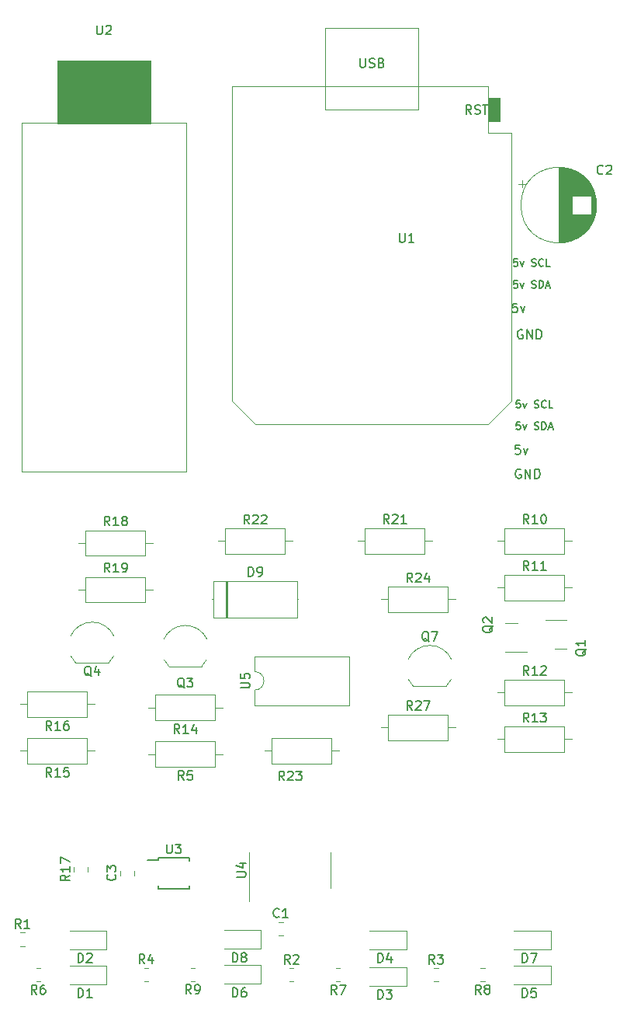
<source format=gto>
%TF.GenerationSoftware,KiCad,Pcbnew,7.0.5-0*%
%TF.CreationDate,2024-01-09T14:25:18-05:00*%
%TF.ProjectId,ESP-32_USB_sequencer,4553502d-3332-45f5-9553-425f73657175,rev?*%
%TF.SameCoordinates,Original*%
%TF.FileFunction,Legend,Top*%
%TF.FilePolarity,Positive*%
%FSLAX46Y46*%
G04 Gerber Fmt 4.6, Leading zero omitted, Abs format (unit mm)*
G04 Created by KiCad (PCBNEW 7.0.5-0) date 2024-01-09 14:25:18*
%MOMM*%
%LPD*%
G01*
G04 APERTURE LIST*
%ADD10C,0.150000*%
%ADD11C,0.120000*%
%ADD12C,0.100000*%
G04 APERTURE END LIST*
D10*
X130175741Y-103427819D02*
X129699551Y-103427819D01*
X129699551Y-103427819D02*
X129651932Y-103904009D01*
X129651932Y-103904009D02*
X129699551Y-103856390D01*
X129699551Y-103856390D02*
X129794789Y-103808771D01*
X129794789Y-103808771D02*
X130032884Y-103808771D01*
X130032884Y-103808771D02*
X130128122Y-103856390D01*
X130128122Y-103856390D02*
X130175741Y-103904009D01*
X130175741Y-103904009D02*
X130223360Y-103999247D01*
X130223360Y-103999247D02*
X130223360Y-104237342D01*
X130223360Y-104237342D02*
X130175741Y-104332580D01*
X130175741Y-104332580D02*
X130128122Y-104380200D01*
X130128122Y-104380200D02*
X130032884Y-104427819D01*
X130032884Y-104427819D02*
X129794789Y-104427819D01*
X129794789Y-104427819D02*
X129699551Y-104380200D01*
X129699551Y-104380200D02*
X129651932Y-104332580D01*
X130556694Y-103761152D02*
X130794789Y-104427819D01*
X130794789Y-104427819D02*
X131032884Y-103761152D01*
X130210112Y-98572295D02*
X129829160Y-98572295D01*
X129829160Y-98572295D02*
X129791064Y-98953247D01*
X129791064Y-98953247D02*
X129829160Y-98915152D01*
X129829160Y-98915152D02*
X129905350Y-98877057D01*
X129905350Y-98877057D02*
X130095826Y-98877057D01*
X130095826Y-98877057D02*
X130172017Y-98915152D01*
X130172017Y-98915152D02*
X130210112Y-98953247D01*
X130210112Y-98953247D02*
X130248207Y-99029438D01*
X130248207Y-99029438D02*
X130248207Y-99219914D01*
X130248207Y-99219914D02*
X130210112Y-99296104D01*
X130210112Y-99296104D02*
X130172017Y-99334200D01*
X130172017Y-99334200D02*
X130095826Y-99372295D01*
X130095826Y-99372295D02*
X129905350Y-99372295D01*
X129905350Y-99372295D02*
X129829160Y-99334200D01*
X129829160Y-99334200D02*
X129791064Y-99296104D01*
X130514874Y-98838961D02*
X130705350Y-99372295D01*
X130705350Y-99372295D02*
X130895827Y-98838961D01*
X131772017Y-99334200D02*
X131886303Y-99372295D01*
X131886303Y-99372295D02*
X132076779Y-99372295D01*
X132076779Y-99372295D02*
X132152970Y-99334200D01*
X132152970Y-99334200D02*
X132191065Y-99296104D01*
X132191065Y-99296104D02*
X132229160Y-99219914D01*
X132229160Y-99219914D02*
X132229160Y-99143723D01*
X132229160Y-99143723D02*
X132191065Y-99067533D01*
X132191065Y-99067533D02*
X132152970Y-99029438D01*
X132152970Y-99029438D02*
X132076779Y-98991342D01*
X132076779Y-98991342D02*
X131924398Y-98953247D01*
X131924398Y-98953247D02*
X131848208Y-98915152D01*
X131848208Y-98915152D02*
X131810113Y-98877057D01*
X131810113Y-98877057D02*
X131772017Y-98800866D01*
X131772017Y-98800866D02*
X131772017Y-98724676D01*
X131772017Y-98724676D02*
X131810113Y-98648485D01*
X131810113Y-98648485D02*
X131848208Y-98610390D01*
X131848208Y-98610390D02*
X131924398Y-98572295D01*
X131924398Y-98572295D02*
X132114875Y-98572295D01*
X132114875Y-98572295D02*
X132229160Y-98610390D01*
X133029161Y-99296104D02*
X132991065Y-99334200D01*
X132991065Y-99334200D02*
X132876780Y-99372295D01*
X132876780Y-99372295D02*
X132800589Y-99372295D01*
X132800589Y-99372295D02*
X132686303Y-99334200D01*
X132686303Y-99334200D02*
X132610113Y-99258009D01*
X132610113Y-99258009D02*
X132572018Y-99181819D01*
X132572018Y-99181819D02*
X132533922Y-99029438D01*
X132533922Y-99029438D02*
X132533922Y-98915152D01*
X132533922Y-98915152D02*
X132572018Y-98762771D01*
X132572018Y-98762771D02*
X132610113Y-98686580D01*
X132610113Y-98686580D02*
X132686303Y-98610390D01*
X132686303Y-98610390D02*
X132800589Y-98572295D01*
X132800589Y-98572295D02*
X132876780Y-98572295D01*
X132876780Y-98572295D02*
X132991065Y-98610390D01*
X132991065Y-98610390D02*
X133029161Y-98648485D01*
X133752970Y-99372295D02*
X133372018Y-99372295D01*
X133372018Y-99372295D02*
X133372018Y-98572295D01*
X130210112Y-100931183D02*
X129829160Y-100931183D01*
X129829160Y-100931183D02*
X129791064Y-101312135D01*
X129791064Y-101312135D02*
X129829160Y-101274040D01*
X129829160Y-101274040D02*
X129905350Y-101235945D01*
X129905350Y-101235945D02*
X130095826Y-101235945D01*
X130095826Y-101235945D02*
X130172017Y-101274040D01*
X130172017Y-101274040D02*
X130210112Y-101312135D01*
X130210112Y-101312135D02*
X130248207Y-101388326D01*
X130248207Y-101388326D02*
X130248207Y-101578802D01*
X130248207Y-101578802D02*
X130210112Y-101654992D01*
X130210112Y-101654992D02*
X130172017Y-101693088D01*
X130172017Y-101693088D02*
X130095826Y-101731183D01*
X130095826Y-101731183D02*
X129905350Y-101731183D01*
X129905350Y-101731183D02*
X129829160Y-101693088D01*
X129829160Y-101693088D02*
X129791064Y-101654992D01*
X130514874Y-101197849D02*
X130705350Y-101731183D01*
X130705350Y-101731183D02*
X130895827Y-101197849D01*
X131772017Y-101693088D02*
X131886303Y-101731183D01*
X131886303Y-101731183D02*
X132076779Y-101731183D01*
X132076779Y-101731183D02*
X132152970Y-101693088D01*
X132152970Y-101693088D02*
X132191065Y-101654992D01*
X132191065Y-101654992D02*
X132229160Y-101578802D01*
X132229160Y-101578802D02*
X132229160Y-101502611D01*
X132229160Y-101502611D02*
X132191065Y-101426421D01*
X132191065Y-101426421D02*
X132152970Y-101388326D01*
X132152970Y-101388326D02*
X132076779Y-101350230D01*
X132076779Y-101350230D02*
X131924398Y-101312135D01*
X131924398Y-101312135D02*
X131848208Y-101274040D01*
X131848208Y-101274040D02*
X131810113Y-101235945D01*
X131810113Y-101235945D02*
X131772017Y-101159754D01*
X131772017Y-101159754D02*
X131772017Y-101083564D01*
X131772017Y-101083564D02*
X131810113Y-101007373D01*
X131810113Y-101007373D02*
X131848208Y-100969278D01*
X131848208Y-100969278D02*
X131924398Y-100931183D01*
X131924398Y-100931183D02*
X132114875Y-100931183D01*
X132114875Y-100931183D02*
X132229160Y-100969278D01*
X132572018Y-101731183D02*
X132572018Y-100931183D01*
X132572018Y-100931183D02*
X132762494Y-100931183D01*
X132762494Y-100931183D02*
X132876780Y-100969278D01*
X132876780Y-100969278D02*
X132952970Y-101045468D01*
X132952970Y-101045468D02*
X132991065Y-101121659D01*
X132991065Y-101121659D02*
X133029161Y-101274040D01*
X133029161Y-101274040D02*
X133029161Y-101388326D01*
X133029161Y-101388326D02*
X132991065Y-101540707D01*
X132991065Y-101540707D02*
X132952970Y-101616897D01*
X132952970Y-101616897D02*
X132876780Y-101693088D01*
X132876780Y-101693088D02*
X132762494Y-101731183D01*
X132762494Y-101731183D02*
X132572018Y-101731183D01*
X133333922Y-101502611D02*
X133714875Y-101502611D01*
X133257732Y-101731183D02*
X133524399Y-100931183D01*
X133524399Y-100931183D02*
X133791065Y-101731183D01*
X130519416Y-116363860D02*
X130138464Y-116363860D01*
X130138464Y-116363860D02*
X130100368Y-116744812D01*
X130100368Y-116744812D02*
X130138464Y-116706717D01*
X130138464Y-116706717D02*
X130214654Y-116668622D01*
X130214654Y-116668622D02*
X130405130Y-116668622D01*
X130405130Y-116668622D02*
X130481321Y-116706717D01*
X130481321Y-116706717D02*
X130519416Y-116744812D01*
X130519416Y-116744812D02*
X130557511Y-116821003D01*
X130557511Y-116821003D02*
X130557511Y-117011479D01*
X130557511Y-117011479D02*
X130519416Y-117087669D01*
X130519416Y-117087669D02*
X130481321Y-117125765D01*
X130481321Y-117125765D02*
X130405130Y-117163860D01*
X130405130Y-117163860D02*
X130214654Y-117163860D01*
X130214654Y-117163860D02*
X130138464Y-117125765D01*
X130138464Y-117125765D02*
X130100368Y-117087669D01*
X130824178Y-116630526D02*
X131014654Y-117163860D01*
X131014654Y-117163860D02*
X131205131Y-116630526D01*
X132081321Y-117125765D02*
X132195607Y-117163860D01*
X132195607Y-117163860D02*
X132386083Y-117163860D01*
X132386083Y-117163860D02*
X132462274Y-117125765D01*
X132462274Y-117125765D02*
X132500369Y-117087669D01*
X132500369Y-117087669D02*
X132538464Y-117011479D01*
X132538464Y-117011479D02*
X132538464Y-116935288D01*
X132538464Y-116935288D02*
X132500369Y-116859098D01*
X132500369Y-116859098D02*
X132462274Y-116821003D01*
X132462274Y-116821003D02*
X132386083Y-116782907D01*
X132386083Y-116782907D02*
X132233702Y-116744812D01*
X132233702Y-116744812D02*
X132157512Y-116706717D01*
X132157512Y-116706717D02*
X132119417Y-116668622D01*
X132119417Y-116668622D02*
X132081321Y-116592431D01*
X132081321Y-116592431D02*
X132081321Y-116516241D01*
X132081321Y-116516241D02*
X132119417Y-116440050D01*
X132119417Y-116440050D02*
X132157512Y-116401955D01*
X132157512Y-116401955D02*
X132233702Y-116363860D01*
X132233702Y-116363860D02*
X132424179Y-116363860D01*
X132424179Y-116363860D02*
X132538464Y-116401955D01*
X132881322Y-117163860D02*
X132881322Y-116363860D01*
X132881322Y-116363860D02*
X133071798Y-116363860D01*
X133071798Y-116363860D02*
X133186084Y-116401955D01*
X133186084Y-116401955D02*
X133262274Y-116478145D01*
X133262274Y-116478145D02*
X133300369Y-116554336D01*
X133300369Y-116554336D02*
X133338465Y-116706717D01*
X133338465Y-116706717D02*
X133338465Y-116821003D01*
X133338465Y-116821003D02*
X133300369Y-116973384D01*
X133300369Y-116973384D02*
X133262274Y-117049574D01*
X133262274Y-117049574D02*
X133186084Y-117125765D01*
X133186084Y-117125765D02*
X133071798Y-117163860D01*
X133071798Y-117163860D02*
X132881322Y-117163860D01*
X133643226Y-116935288D02*
X134024179Y-116935288D01*
X133567036Y-117163860D02*
X133833703Y-116363860D01*
X133833703Y-116363860D02*
X134100369Y-117163860D01*
X130571054Y-121527850D02*
X130475816Y-121480231D01*
X130475816Y-121480231D02*
X130332959Y-121480231D01*
X130332959Y-121480231D02*
X130190102Y-121527850D01*
X130190102Y-121527850D02*
X130094864Y-121623088D01*
X130094864Y-121623088D02*
X130047245Y-121718326D01*
X130047245Y-121718326D02*
X129999626Y-121908802D01*
X129999626Y-121908802D02*
X129999626Y-122051659D01*
X129999626Y-122051659D02*
X130047245Y-122242135D01*
X130047245Y-122242135D02*
X130094864Y-122337373D01*
X130094864Y-122337373D02*
X130190102Y-122432612D01*
X130190102Y-122432612D02*
X130332959Y-122480231D01*
X130332959Y-122480231D02*
X130428197Y-122480231D01*
X130428197Y-122480231D02*
X130571054Y-122432612D01*
X130571054Y-122432612D02*
X130618673Y-122384992D01*
X130618673Y-122384992D02*
X130618673Y-122051659D01*
X130618673Y-122051659D02*
X130428197Y-122051659D01*
X131047245Y-122480231D02*
X131047245Y-121480231D01*
X131047245Y-121480231D02*
X131618673Y-122480231D01*
X131618673Y-122480231D02*
X131618673Y-121480231D01*
X132094864Y-122480231D02*
X132094864Y-121480231D01*
X132094864Y-121480231D02*
X132332959Y-121480231D01*
X132332959Y-121480231D02*
X132475816Y-121527850D01*
X132475816Y-121527850D02*
X132571054Y-121623088D01*
X132571054Y-121623088D02*
X132618673Y-121718326D01*
X132618673Y-121718326D02*
X132666292Y-121908802D01*
X132666292Y-121908802D02*
X132666292Y-122051659D01*
X132666292Y-122051659D02*
X132618673Y-122242135D01*
X132618673Y-122242135D02*
X132571054Y-122337373D01*
X132571054Y-122337373D02*
X132475816Y-122432612D01*
X132475816Y-122432612D02*
X132332959Y-122480231D01*
X132332959Y-122480231D02*
X132094864Y-122480231D01*
X130519416Y-114004972D02*
X130138464Y-114004972D01*
X130138464Y-114004972D02*
X130100368Y-114385924D01*
X130100368Y-114385924D02*
X130138464Y-114347829D01*
X130138464Y-114347829D02*
X130214654Y-114309734D01*
X130214654Y-114309734D02*
X130405130Y-114309734D01*
X130405130Y-114309734D02*
X130481321Y-114347829D01*
X130481321Y-114347829D02*
X130519416Y-114385924D01*
X130519416Y-114385924D02*
X130557511Y-114462115D01*
X130557511Y-114462115D02*
X130557511Y-114652591D01*
X130557511Y-114652591D02*
X130519416Y-114728781D01*
X130519416Y-114728781D02*
X130481321Y-114766877D01*
X130481321Y-114766877D02*
X130405130Y-114804972D01*
X130405130Y-114804972D02*
X130214654Y-114804972D01*
X130214654Y-114804972D02*
X130138464Y-114766877D01*
X130138464Y-114766877D02*
X130100368Y-114728781D01*
X130824178Y-114271638D02*
X131014654Y-114804972D01*
X131014654Y-114804972D02*
X131205131Y-114271638D01*
X132081321Y-114766877D02*
X132195607Y-114804972D01*
X132195607Y-114804972D02*
X132386083Y-114804972D01*
X132386083Y-114804972D02*
X132462274Y-114766877D01*
X132462274Y-114766877D02*
X132500369Y-114728781D01*
X132500369Y-114728781D02*
X132538464Y-114652591D01*
X132538464Y-114652591D02*
X132538464Y-114576400D01*
X132538464Y-114576400D02*
X132500369Y-114500210D01*
X132500369Y-114500210D02*
X132462274Y-114462115D01*
X132462274Y-114462115D02*
X132386083Y-114424019D01*
X132386083Y-114424019D02*
X132233702Y-114385924D01*
X132233702Y-114385924D02*
X132157512Y-114347829D01*
X132157512Y-114347829D02*
X132119417Y-114309734D01*
X132119417Y-114309734D02*
X132081321Y-114233543D01*
X132081321Y-114233543D02*
X132081321Y-114157353D01*
X132081321Y-114157353D02*
X132119417Y-114081162D01*
X132119417Y-114081162D02*
X132157512Y-114043067D01*
X132157512Y-114043067D02*
X132233702Y-114004972D01*
X132233702Y-114004972D02*
X132424179Y-114004972D01*
X132424179Y-114004972D02*
X132538464Y-114043067D01*
X133338465Y-114728781D02*
X133300369Y-114766877D01*
X133300369Y-114766877D02*
X133186084Y-114804972D01*
X133186084Y-114804972D02*
X133109893Y-114804972D01*
X133109893Y-114804972D02*
X132995607Y-114766877D01*
X132995607Y-114766877D02*
X132919417Y-114690686D01*
X132919417Y-114690686D02*
X132881322Y-114614496D01*
X132881322Y-114614496D02*
X132843226Y-114462115D01*
X132843226Y-114462115D02*
X132843226Y-114347829D01*
X132843226Y-114347829D02*
X132881322Y-114195448D01*
X132881322Y-114195448D02*
X132919417Y-114119257D01*
X132919417Y-114119257D02*
X132995607Y-114043067D01*
X132995607Y-114043067D02*
X133109893Y-114004972D01*
X133109893Y-114004972D02*
X133186084Y-114004972D01*
X133186084Y-114004972D02*
X133300369Y-114043067D01*
X133300369Y-114043067D02*
X133338465Y-114081162D01*
X134062274Y-114804972D02*
X133681322Y-114804972D01*
X133681322Y-114804972D02*
X133681322Y-114004972D01*
X130485045Y-118860496D02*
X130008855Y-118860496D01*
X130008855Y-118860496D02*
X129961236Y-119336686D01*
X129961236Y-119336686D02*
X130008855Y-119289067D01*
X130008855Y-119289067D02*
X130104093Y-119241448D01*
X130104093Y-119241448D02*
X130342188Y-119241448D01*
X130342188Y-119241448D02*
X130437426Y-119289067D01*
X130437426Y-119289067D02*
X130485045Y-119336686D01*
X130485045Y-119336686D02*
X130532664Y-119431924D01*
X130532664Y-119431924D02*
X130532664Y-119670019D01*
X130532664Y-119670019D02*
X130485045Y-119765257D01*
X130485045Y-119765257D02*
X130437426Y-119812877D01*
X130437426Y-119812877D02*
X130342188Y-119860496D01*
X130342188Y-119860496D02*
X130104093Y-119860496D01*
X130104093Y-119860496D02*
X130008855Y-119812877D01*
X130008855Y-119812877D02*
X129961236Y-119765257D01*
X130865998Y-119193829D02*
X131104093Y-119860496D01*
X131104093Y-119860496D02*
X131342188Y-119193829D01*
X130773680Y-106332112D02*
X130678442Y-106284493D01*
X130678442Y-106284493D02*
X130535585Y-106284493D01*
X130535585Y-106284493D02*
X130392728Y-106332112D01*
X130392728Y-106332112D02*
X130297490Y-106427350D01*
X130297490Y-106427350D02*
X130249871Y-106522588D01*
X130249871Y-106522588D02*
X130202252Y-106713064D01*
X130202252Y-106713064D02*
X130202252Y-106855921D01*
X130202252Y-106855921D02*
X130249871Y-107046397D01*
X130249871Y-107046397D02*
X130297490Y-107141635D01*
X130297490Y-107141635D02*
X130392728Y-107236874D01*
X130392728Y-107236874D02*
X130535585Y-107284493D01*
X130535585Y-107284493D02*
X130630823Y-107284493D01*
X130630823Y-107284493D02*
X130773680Y-107236874D01*
X130773680Y-107236874D02*
X130821299Y-107189254D01*
X130821299Y-107189254D02*
X130821299Y-106855921D01*
X130821299Y-106855921D02*
X130630823Y-106855921D01*
X131249871Y-107284493D02*
X131249871Y-106284493D01*
X131249871Y-106284493D02*
X131821299Y-107284493D01*
X131821299Y-107284493D02*
X131821299Y-106284493D01*
X132297490Y-107284493D02*
X132297490Y-106284493D01*
X132297490Y-106284493D02*
X132535585Y-106284493D01*
X132535585Y-106284493D02*
X132678442Y-106332112D01*
X132678442Y-106332112D02*
X132773680Y-106427350D01*
X132773680Y-106427350D02*
X132821299Y-106522588D01*
X132821299Y-106522588D02*
X132868918Y-106713064D01*
X132868918Y-106713064D02*
X132868918Y-106855921D01*
X132868918Y-106855921D02*
X132821299Y-107046397D01*
X132821299Y-107046397D02*
X132773680Y-107141635D01*
X132773680Y-107141635D02*
X132678442Y-107236874D01*
X132678442Y-107236874D02*
X132535585Y-107284493D01*
X132535585Y-107284493D02*
X132297490Y-107284493D01*
%TO.C,R11*%
X131437142Y-132487819D02*
X131103809Y-132011628D01*
X130865714Y-132487819D02*
X130865714Y-131487819D01*
X130865714Y-131487819D02*
X131246666Y-131487819D01*
X131246666Y-131487819D02*
X131341904Y-131535438D01*
X131341904Y-131535438D02*
X131389523Y-131583057D01*
X131389523Y-131583057D02*
X131437142Y-131678295D01*
X131437142Y-131678295D02*
X131437142Y-131821152D01*
X131437142Y-131821152D02*
X131389523Y-131916390D01*
X131389523Y-131916390D02*
X131341904Y-131964009D01*
X131341904Y-131964009D02*
X131246666Y-132011628D01*
X131246666Y-132011628D02*
X130865714Y-132011628D01*
X132389523Y-132487819D02*
X131818095Y-132487819D01*
X132103809Y-132487819D02*
X132103809Y-131487819D01*
X132103809Y-131487819D02*
X132008571Y-131630676D01*
X132008571Y-131630676D02*
X131913333Y-131725914D01*
X131913333Y-131725914D02*
X131818095Y-131773533D01*
X133341904Y-132487819D02*
X132770476Y-132487819D01*
X133056190Y-132487819D02*
X133056190Y-131487819D01*
X133056190Y-131487819D02*
X132960952Y-131630676D01*
X132960952Y-131630676D02*
X132865714Y-131725914D01*
X132865714Y-131725914D02*
X132770476Y-131773533D01*
%TO.C,R7*%
X110480383Y-178699819D02*
X110147050Y-178223628D01*
X109908955Y-178699819D02*
X109908955Y-177699819D01*
X109908955Y-177699819D02*
X110289907Y-177699819D01*
X110289907Y-177699819D02*
X110385145Y-177747438D01*
X110385145Y-177747438D02*
X110432764Y-177795057D01*
X110432764Y-177795057D02*
X110480383Y-177890295D01*
X110480383Y-177890295D02*
X110480383Y-178033152D01*
X110480383Y-178033152D02*
X110432764Y-178128390D01*
X110432764Y-178128390D02*
X110385145Y-178176009D01*
X110385145Y-178176009D02*
X110289907Y-178223628D01*
X110289907Y-178223628D02*
X109908955Y-178223628D01*
X110813717Y-177699819D02*
X111480383Y-177699819D01*
X111480383Y-177699819D02*
X111051812Y-178699819D01*
%TO.C,R23*%
X104767142Y-155394819D02*
X104433809Y-154918628D01*
X104195714Y-155394819D02*
X104195714Y-154394819D01*
X104195714Y-154394819D02*
X104576666Y-154394819D01*
X104576666Y-154394819D02*
X104671904Y-154442438D01*
X104671904Y-154442438D02*
X104719523Y-154490057D01*
X104719523Y-154490057D02*
X104767142Y-154585295D01*
X104767142Y-154585295D02*
X104767142Y-154728152D01*
X104767142Y-154728152D02*
X104719523Y-154823390D01*
X104719523Y-154823390D02*
X104671904Y-154871009D01*
X104671904Y-154871009D02*
X104576666Y-154918628D01*
X104576666Y-154918628D02*
X104195714Y-154918628D01*
X105148095Y-154490057D02*
X105195714Y-154442438D01*
X105195714Y-154442438D02*
X105290952Y-154394819D01*
X105290952Y-154394819D02*
X105529047Y-154394819D01*
X105529047Y-154394819D02*
X105624285Y-154442438D01*
X105624285Y-154442438D02*
X105671904Y-154490057D01*
X105671904Y-154490057D02*
X105719523Y-154585295D01*
X105719523Y-154585295D02*
X105719523Y-154680533D01*
X105719523Y-154680533D02*
X105671904Y-154823390D01*
X105671904Y-154823390D02*
X105100476Y-155394819D01*
X105100476Y-155394819D02*
X105719523Y-155394819D01*
X106052857Y-154394819D02*
X106671904Y-154394819D01*
X106671904Y-154394819D02*
X106338571Y-154775771D01*
X106338571Y-154775771D02*
X106481428Y-154775771D01*
X106481428Y-154775771D02*
X106576666Y-154823390D01*
X106576666Y-154823390D02*
X106624285Y-154871009D01*
X106624285Y-154871009D02*
X106671904Y-154966247D01*
X106671904Y-154966247D02*
X106671904Y-155204342D01*
X106671904Y-155204342D02*
X106624285Y-155299580D01*
X106624285Y-155299580D02*
X106576666Y-155347200D01*
X106576666Y-155347200D02*
X106481428Y-155394819D01*
X106481428Y-155394819D02*
X106195714Y-155394819D01*
X106195714Y-155394819D02*
X106100476Y-155347200D01*
X106100476Y-155347200D02*
X106052857Y-155299580D01*
%TO.C,R8*%
X126240383Y-178699819D02*
X125907050Y-178223628D01*
X125668955Y-178699819D02*
X125668955Y-177699819D01*
X125668955Y-177699819D02*
X126049907Y-177699819D01*
X126049907Y-177699819D02*
X126145145Y-177747438D01*
X126145145Y-177747438D02*
X126192764Y-177795057D01*
X126192764Y-177795057D02*
X126240383Y-177890295D01*
X126240383Y-177890295D02*
X126240383Y-178033152D01*
X126240383Y-178033152D02*
X126192764Y-178128390D01*
X126192764Y-178128390D02*
X126145145Y-178176009D01*
X126145145Y-178176009D02*
X126049907Y-178223628D01*
X126049907Y-178223628D02*
X125668955Y-178223628D01*
X126811812Y-178128390D02*
X126716574Y-178080771D01*
X126716574Y-178080771D02*
X126668955Y-178033152D01*
X126668955Y-178033152D02*
X126621336Y-177937914D01*
X126621336Y-177937914D02*
X126621336Y-177890295D01*
X126621336Y-177890295D02*
X126668955Y-177795057D01*
X126668955Y-177795057D02*
X126716574Y-177747438D01*
X126716574Y-177747438D02*
X126811812Y-177699819D01*
X126811812Y-177699819D02*
X127002288Y-177699819D01*
X127002288Y-177699819D02*
X127097526Y-177747438D01*
X127097526Y-177747438D02*
X127145145Y-177795057D01*
X127145145Y-177795057D02*
X127192764Y-177890295D01*
X127192764Y-177890295D02*
X127192764Y-177937914D01*
X127192764Y-177937914D02*
X127145145Y-178033152D01*
X127145145Y-178033152D02*
X127097526Y-178080771D01*
X127097526Y-178080771D02*
X127002288Y-178128390D01*
X127002288Y-178128390D02*
X126811812Y-178128390D01*
X126811812Y-178128390D02*
X126716574Y-178176009D01*
X126716574Y-178176009D02*
X126668955Y-178223628D01*
X126668955Y-178223628D02*
X126621336Y-178318866D01*
X126621336Y-178318866D02*
X126621336Y-178509342D01*
X126621336Y-178509342D02*
X126668955Y-178604580D01*
X126668955Y-178604580D02*
X126716574Y-178652200D01*
X126716574Y-178652200D02*
X126811812Y-178699819D01*
X126811812Y-178699819D02*
X127002288Y-178699819D01*
X127002288Y-178699819D02*
X127097526Y-178652200D01*
X127097526Y-178652200D02*
X127145145Y-178604580D01*
X127145145Y-178604580D02*
X127192764Y-178509342D01*
X127192764Y-178509342D02*
X127192764Y-178318866D01*
X127192764Y-178318866D02*
X127145145Y-178223628D01*
X127145145Y-178223628D02*
X127097526Y-178176009D01*
X127097526Y-178176009D02*
X127002288Y-178128390D01*
%TO.C,R22*%
X100957142Y-127454819D02*
X100623809Y-126978628D01*
X100385714Y-127454819D02*
X100385714Y-126454819D01*
X100385714Y-126454819D02*
X100766666Y-126454819D01*
X100766666Y-126454819D02*
X100861904Y-126502438D01*
X100861904Y-126502438D02*
X100909523Y-126550057D01*
X100909523Y-126550057D02*
X100957142Y-126645295D01*
X100957142Y-126645295D02*
X100957142Y-126788152D01*
X100957142Y-126788152D02*
X100909523Y-126883390D01*
X100909523Y-126883390D02*
X100861904Y-126931009D01*
X100861904Y-126931009D02*
X100766666Y-126978628D01*
X100766666Y-126978628D02*
X100385714Y-126978628D01*
X101338095Y-126550057D02*
X101385714Y-126502438D01*
X101385714Y-126502438D02*
X101480952Y-126454819D01*
X101480952Y-126454819D02*
X101719047Y-126454819D01*
X101719047Y-126454819D02*
X101814285Y-126502438D01*
X101814285Y-126502438D02*
X101861904Y-126550057D01*
X101861904Y-126550057D02*
X101909523Y-126645295D01*
X101909523Y-126645295D02*
X101909523Y-126740533D01*
X101909523Y-126740533D02*
X101861904Y-126883390D01*
X101861904Y-126883390D02*
X101290476Y-127454819D01*
X101290476Y-127454819D02*
X101909523Y-127454819D01*
X102290476Y-126550057D02*
X102338095Y-126502438D01*
X102338095Y-126502438D02*
X102433333Y-126454819D01*
X102433333Y-126454819D02*
X102671428Y-126454819D01*
X102671428Y-126454819D02*
X102766666Y-126502438D01*
X102766666Y-126502438D02*
X102814285Y-126550057D01*
X102814285Y-126550057D02*
X102861904Y-126645295D01*
X102861904Y-126645295D02*
X102861904Y-126740533D01*
X102861904Y-126740533D02*
X102814285Y-126883390D01*
X102814285Y-126883390D02*
X102242857Y-127454819D01*
X102242857Y-127454819D02*
X102861904Y-127454819D01*
%TO.C,R1*%
X76033333Y-171524819D02*
X75700000Y-171048628D01*
X75461905Y-171524819D02*
X75461905Y-170524819D01*
X75461905Y-170524819D02*
X75842857Y-170524819D01*
X75842857Y-170524819D02*
X75938095Y-170572438D01*
X75938095Y-170572438D02*
X75985714Y-170620057D01*
X75985714Y-170620057D02*
X76033333Y-170715295D01*
X76033333Y-170715295D02*
X76033333Y-170858152D01*
X76033333Y-170858152D02*
X75985714Y-170953390D01*
X75985714Y-170953390D02*
X75938095Y-171001009D01*
X75938095Y-171001009D02*
X75842857Y-171048628D01*
X75842857Y-171048628D02*
X75461905Y-171048628D01*
X76985714Y-171524819D02*
X76414286Y-171524819D01*
X76700000Y-171524819D02*
X76700000Y-170524819D01*
X76700000Y-170524819D02*
X76604762Y-170667676D01*
X76604762Y-170667676D02*
X76509524Y-170762914D01*
X76509524Y-170762914D02*
X76414286Y-170810533D01*
%TO.C,D1*%
X82271905Y-179049819D02*
X82271905Y-178049819D01*
X82271905Y-178049819D02*
X82510000Y-178049819D01*
X82510000Y-178049819D02*
X82652857Y-178097438D01*
X82652857Y-178097438D02*
X82748095Y-178192676D01*
X82748095Y-178192676D02*
X82795714Y-178287914D01*
X82795714Y-178287914D02*
X82843333Y-178478390D01*
X82843333Y-178478390D02*
X82843333Y-178621247D01*
X82843333Y-178621247D02*
X82795714Y-178811723D01*
X82795714Y-178811723D02*
X82748095Y-178906961D01*
X82748095Y-178906961D02*
X82652857Y-179002200D01*
X82652857Y-179002200D02*
X82510000Y-179049819D01*
X82510000Y-179049819D02*
X82271905Y-179049819D01*
X83795714Y-179049819D02*
X83224286Y-179049819D01*
X83510000Y-179049819D02*
X83510000Y-178049819D01*
X83510000Y-178049819D02*
X83414762Y-178192676D01*
X83414762Y-178192676D02*
X83319524Y-178287914D01*
X83319524Y-178287914D02*
X83224286Y-178335533D01*
%TO.C,D3*%
X114988955Y-179219819D02*
X114988955Y-178219819D01*
X114988955Y-178219819D02*
X115227050Y-178219819D01*
X115227050Y-178219819D02*
X115369907Y-178267438D01*
X115369907Y-178267438D02*
X115465145Y-178362676D01*
X115465145Y-178362676D02*
X115512764Y-178457914D01*
X115512764Y-178457914D02*
X115560383Y-178648390D01*
X115560383Y-178648390D02*
X115560383Y-178791247D01*
X115560383Y-178791247D02*
X115512764Y-178981723D01*
X115512764Y-178981723D02*
X115465145Y-179076961D01*
X115465145Y-179076961D02*
X115369907Y-179172200D01*
X115369907Y-179172200D02*
X115227050Y-179219819D01*
X115227050Y-179219819D02*
X114988955Y-179219819D01*
X115893717Y-178219819D02*
X116512764Y-178219819D01*
X116512764Y-178219819D02*
X116179431Y-178600771D01*
X116179431Y-178600771D02*
X116322288Y-178600771D01*
X116322288Y-178600771D02*
X116417526Y-178648390D01*
X116417526Y-178648390D02*
X116465145Y-178696009D01*
X116465145Y-178696009D02*
X116512764Y-178791247D01*
X116512764Y-178791247D02*
X116512764Y-179029342D01*
X116512764Y-179029342D02*
X116465145Y-179124580D01*
X116465145Y-179124580D02*
X116417526Y-179172200D01*
X116417526Y-179172200D02*
X116322288Y-179219819D01*
X116322288Y-179219819D02*
X116036574Y-179219819D01*
X116036574Y-179219819D02*
X115941336Y-179172200D01*
X115941336Y-179172200D02*
X115893717Y-179124580D01*
%TO.C,R21*%
X116197142Y-127407819D02*
X115863809Y-126931628D01*
X115625714Y-127407819D02*
X115625714Y-126407819D01*
X115625714Y-126407819D02*
X116006666Y-126407819D01*
X116006666Y-126407819D02*
X116101904Y-126455438D01*
X116101904Y-126455438D02*
X116149523Y-126503057D01*
X116149523Y-126503057D02*
X116197142Y-126598295D01*
X116197142Y-126598295D02*
X116197142Y-126741152D01*
X116197142Y-126741152D02*
X116149523Y-126836390D01*
X116149523Y-126836390D02*
X116101904Y-126884009D01*
X116101904Y-126884009D02*
X116006666Y-126931628D01*
X116006666Y-126931628D02*
X115625714Y-126931628D01*
X116578095Y-126503057D02*
X116625714Y-126455438D01*
X116625714Y-126455438D02*
X116720952Y-126407819D01*
X116720952Y-126407819D02*
X116959047Y-126407819D01*
X116959047Y-126407819D02*
X117054285Y-126455438D01*
X117054285Y-126455438D02*
X117101904Y-126503057D01*
X117101904Y-126503057D02*
X117149523Y-126598295D01*
X117149523Y-126598295D02*
X117149523Y-126693533D01*
X117149523Y-126693533D02*
X117101904Y-126836390D01*
X117101904Y-126836390D02*
X116530476Y-127407819D01*
X116530476Y-127407819D02*
X117149523Y-127407819D01*
X118101904Y-127407819D02*
X117530476Y-127407819D01*
X117816190Y-127407819D02*
X117816190Y-126407819D01*
X117816190Y-126407819D02*
X117720952Y-126550676D01*
X117720952Y-126550676D02*
X117625714Y-126645914D01*
X117625714Y-126645914D02*
X117530476Y-126693533D01*
%TO.C,D5*%
X130748955Y-179049819D02*
X130748955Y-178049819D01*
X130748955Y-178049819D02*
X130987050Y-178049819D01*
X130987050Y-178049819D02*
X131129907Y-178097438D01*
X131129907Y-178097438D02*
X131225145Y-178192676D01*
X131225145Y-178192676D02*
X131272764Y-178287914D01*
X131272764Y-178287914D02*
X131320383Y-178478390D01*
X131320383Y-178478390D02*
X131320383Y-178621247D01*
X131320383Y-178621247D02*
X131272764Y-178811723D01*
X131272764Y-178811723D02*
X131225145Y-178906961D01*
X131225145Y-178906961D02*
X131129907Y-179002200D01*
X131129907Y-179002200D02*
X130987050Y-179049819D01*
X130987050Y-179049819D02*
X130748955Y-179049819D01*
X132225145Y-178049819D02*
X131748955Y-178049819D01*
X131748955Y-178049819D02*
X131701336Y-178526009D01*
X131701336Y-178526009D02*
X131748955Y-178478390D01*
X131748955Y-178478390D02*
X131844193Y-178430771D01*
X131844193Y-178430771D02*
X132082288Y-178430771D01*
X132082288Y-178430771D02*
X132177526Y-178478390D01*
X132177526Y-178478390D02*
X132225145Y-178526009D01*
X132225145Y-178526009D02*
X132272764Y-178621247D01*
X132272764Y-178621247D02*
X132272764Y-178859342D01*
X132272764Y-178859342D02*
X132225145Y-178954580D01*
X132225145Y-178954580D02*
X132177526Y-179002200D01*
X132177526Y-179002200D02*
X132082288Y-179049819D01*
X132082288Y-179049819D02*
X131844193Y-179049819D01*
X131844193Y-179049819D02*
X131748955Y-179002200D01*
X131748955Y-179002200D02*
X131701336Y-178954580D01*
%TO.C,U3*%
X91948095Y-162359819D02*
X91948095Y-163169342D01*
X91948095Y-163169342D02*
X91995714Y-163264580D01*
X91995714Y-163264580D02*
X92043333Y-163312200D01*
X92043333Y-163312200D02*
X92138571Y-163359819D01*
X92138571Y-163359819D02*
X92329047Y-163359819D01*
X92329047Y-163359819D02*
X92424285Y-163312200D01*
X92424285Y-163312200D02*
X92471904Y-163264580D01*
X92471904Y-163264580D02*
X92519523Y-163169342D01*
X92519523Y-163169342D02*
X92519523Y-162359819D01*
X92900476Y-162359819D02*
X93519523Y-162359819D01*
X93519523Y-162359819D02*
X93186190Y-162740771D01*
X93186190Y-162740771D02*
X93329047Y-162740771D01*
X93329047Y-162740771D02*
X93424285Y-162788390D01*
X93424285Y-162788390D02*
X93471904Y-162836009D01*
X93471904Y-162836009D02*
X93519523Y-162931247D01*
X93519523Y-162931247D02*
X93519523Y-163169342D01*
X93519523Y-163169342D02*
X93471904Y-163264580D01*
X93471904Y-163264580D02*
X93424285Y-163312200D01*
X93424285Y-163312200D02*
X93329047Y-163359819D01*
X93329047Y-163359819D02*
X93043333Y-163359819D01*
X93043333Y-163359819D02*
X92948095Y-163312200D01*
X92948095Y-163312200D02*
X92900476Y-163264580D01*
%TO.C,U5*%
X100004819Y-145314904D02*
X100814342Y-145314904D01*
X100814342Y-145314904D02*
X100909580Y-145267285D01*
X100909580Y-145267285D02*
X100957200Y-145219666D01*
X100957200Y-145219666D02*
X101004819Y-145124428D01*
X101004819Y-145124428D02*
X101004819Y-144933952D01*
X101004819Y-144933952D02*
X100957200Y-144838714D01*
X100957200Y-144838714D02*
X100909580Y-144791095D01*
X100909580Y-144791095D02*
X100814342Y-144743476D01*
X100814342Y-144743476D02*
X100004819Y-144743476D01*
X100004819Y-143791095D02*
X100004819Y-144267285D01*
X100004819Y-144267285D02*
X100481009Y-144314904D01*
X100481009Y-144314904D02*
X100433390Y-144267285D01*
X100433390Y-144267285D02*
X100385771Y-144172047D01*
X100385771Y-144172047D02*
X100385771Y-143933952D01*
X100385771Y-143933952D02*
X100433390Y-143838714D01*
X100433390Y-143838714D02*
X100481009Y-143791095D01*
X100481009Y-143791095D02*
X100576247Y-143743476D01*
X100576247Y-143743476D02*
X100814342Y-143743476D01*
X100814342Y-143743476D02*
X100909580Y-143791095D01*
X100909580Y-143791095D02*
X100957200Y-143838714D01*
X100957200Y-143838714D02*
X101004819Y-143933952D01*
X101004819Y-143933952D02*
X101004819Y-144172047D01*
X101004819Y-144172047D02*
X100957200Y-144267285D01*
X100957200Y-144267285D02*
X100909580Y-144314904D01*
%TO.C,D7*%
X130748955Y-175239819D02*
X130748955Y-174239819D01*
X130748955Y-174239819D02*
X130987050Y-174239819D01*
X130987050Y-174239819D02*
X131129907Y-174287438D01*
X131129907Y-174287438D02*
X131225145Y-174382676D01*
X131225145Y-174382676D02*
X131272764Y-174477914D01*
X131272764Y-174477914D02*
X131320383Y-174668390D01*
X131320383Y-174668390D02*
X131320383Y-174811247D01*
X131320383Y-174811247D02*
X131272764Y-175001723D01*
X131272764Y-175001723D02*
X131225145Y-175096961D01*
X131225145Y-175096961D02*
X131129907Y-175192200D01*
X131129907Y-175192200D02*
X130987050Y-175239819D01*
X130987050Y-175239819D02*
X130748955Y-175239819D01*
X131653717Y-174239819D02*
X132320383Y-174239819D01*
X132320383Y-174239819D02*
X131891812Y-175239819D01*
%TO.C,Q4*%
X83724761Y-144060057D02*
X83629523Y-144012438D01*
X83629523Y-144012438D02*
X83534285Y-143917200D01*
X83534285Y-143917200D02*
X83391428Y-143774342D01*
X83391428Y-143774342D02*
X83296190Y-143726723D01*
X83296190Y-143726723D02*
X83200952Y-143726723D01*
X83248571Y-143964819D02*
X83153333Y-143917200D01*
X83153333Y-143917200D02*
X83058095Y-143821961D01*
X83058095Y-143821961D02*
X83010476Y-143631485D01*
X83010476Y-143631485D02*
X83010476Y-143298152D01*
X83010476Y-143298152D02*
X83058095Y-143107676D01*
X83058095Y-143107676D02*
X83153333Y-143012438D01*
X83153333Y-143012438D02*
X83248571Y-142964819D01*
X83248571Y-142964819D02*
X83439047Y-142964819D01*
X83439047Y-142964819D02*
X83534285Y-143012438D01*
X83534285Y-143012438D02*
X83629523Y-143107676D01*
X83629523Y-143107676D02*
X83677142Y-143298152D01*
X83677142Y-143298152D02*
X83677142Y-143631485D01*
X83677142Y-143631485D02*
X83629523Y-143821961D01*
X83629523Y-143821961D02*
X83534285Y-143917200D01*
X83534285Y-143917200D02*
X83439047Y-143964819D01*
X83439047Y-143964819D02*
X83248571Y-143964819D01*
X84534285Y-143298152D02*
X84534285Y-143964819D01*
X84296190Y-142917200D02*
X84058095Y-143631485D01*
X84058095Y-143631485D02*
X84677142Y-143631485D01*
%TO.C,R6*%
X77763333Y-178699819D02*
X77430000Y-178223628D01*
X77191905Y-178699819D02*
X77191905Y-177699819D01*
X77191905Y-177699819D02*
X77572857Y-177699819D01*
X77572857Y-177699819D02*
X77668095Y-177747438D01*
X77668095Y-177747438D02*
X77715714Y-177795057D01*
X77715714Y-177795057D02*
X77763333Y-177890295D01*
X77763333Y-177890295D02*
X77763333Y-178033152D01*
X77763333Y-178033152D02*
X77715714Y-178128390D01*
X77715714Y-178128390D02*
X77668095Y-178176009D01*
X77668095Y-178176009D02*
X77572857Y-178223628D01*
X77572857Y-178223628D02*
X77191905Y-178223628D01*
X78620476Y-177699819D02*
X78430000Y-177699819D01*
X78430000Y-177699819D02*
X78334762Y-177747438D01*
X78334762Y-177747438D02*
X78287143Y-177795057D01*
X78287143Y-177795057D02*
X78191905Y-177937914D01*
X78191905Y-177937914D02*
X78144286Y-178128390D01*
X78144286Y-178128390D02*
X78144286Y-178509342D01*
X78144286Y-178509342D02*
X78191905Y-178604580D01*
X78191905Y-178604580D02*
X78239524Y-178652200D01*
X78239524Y-178652200D02*
X78334762Y-178699819D01*
X78334762Y-178699819D02*
X78525238Y-178699819D01*
X78525238Y-178699819D02*
X78620476Y-178652200D01*
X78620476Y-178652200D02*
X78668095Y-178604580D01*
X78668095Y-178604580D02*
X78715714Y-178509342D01*
X78715714Y-178509342D02*
X78715714Y-178271247D01*
X78715714Y-178271247D02*
X78668095Y-178176009D01*
X78668095Y-178176009D02*
X78620476Y-178128390D01*
X78620476Y-178128390D02*
X78525238Y-178080771D01*
X78525238Y-178080771D02*
X78334762Y-178080771D01*
X78334762Y-178080771D02*
X78239524Y-178128390D01*
X78239524Y-178128390D02*
X78191905Y-178176009D01*
X78191905Y-178176009D02*
X78144286Y-178271247D01*
%TO.C,U2*%
X84328095Y-73114819D02*
X84328095Y-73924342D01*
X84328095Y-73924342D02*
X84375714Y-74019580D01*
X84375714Y-74019580D02*
X84423333Y-74067200D01*
X84423333Y-74067200D02*
X84518571Y-74114819D01*
X84518571Y-74114819D02*
X84709047Y-74114819D01*
X84709047Y-74114819D02*
X84804285Y-74067200D01*
X84804285Y-74067200D02*
X84851904Y-74019580D01*
X84851904Y-74019580D02*
X84899523Y-73924342D01*
X84899523Y-73924342D02*
X84899523Y-73114819D01*
X85328095Y-73210057D02*
X85375714Y-73162438D01*
X85375714Y-73162438D02*
X85470952Y-73114819D01*
X85470952Y-73114819D02*
X85709047Y-73114819D01*
X85709047Y-73114819D02*
X85804285Y-73162438D01*
X85804285Y-73162438D02*
X85851904Y-73210057D01*
X85851904Y-73210057D02*
X85899523Y-73305295D01*
X85899523Y-73305295D02*
X85899523Y-73400533D01*
X85899523Y-73400533D02*
X85851904Y-73543390D01*
X85851904Y-73543390D02*
X85280476Y-74114819D01*
X85280476Y-74114819D02*
X85899523Y-74114819D01*
%TO.C,U1*%
X117348095Y-95757819D02*
X117348095Y-96567342D01*
X117348095Y-96567342D02*
X117395714Y-96662580D01*
X117395714Y-96662580D02*
X117443333Y-96710200D01*
X117443333Y-96710200D02*
X117538571Y-96757819D01*
X117538571Y-96757819D02*
X117729047Y-96757819D01*
X117729047Y-96757819D02*
X117824285Y-96710200D01*
X117824285Y-96710200D02*
X117871904Y-96662580D01*
X117871904Y-96662580D02*
X117919523Y-96567342D01*
X117919523Y-96567342D02*
X117919523Y-95757819D01*
X118919523Y-96757819D02*
X118348095Y-96757819D01*
X118633809Y-96757819D02*
X118633809Y-95757819D01*
X118633809Y-95757819D02*
X118538571Y-95900676D01*
X118538571Y-95900676D02*
X118443333Y-95995914D01*
X118443333Y-95995914D02*
X118348095Y-96043533D01*
X113038095Y-76707819D02*
X113038095Y-77517342D01*
X113038095Y-77517342D02*
X113085714Y-77612580D01*
X113085714Y-77612580D02*
X113133333Y-77660200D01*
X113133333Y-77660200D02*
X113228571Y-77707819D01*
X113228571Y-77707819D02*
X113419047Y-77707819D01*
X113419047Y-77707819D02*
X113514285Y-77660200D01*
X113514285Y-77660200D02*
X113561904Y-77612580D01*
X113561904Y-77612580D02*
X113609523Y-77517342D01*
X113609523Y-77517342D02*
X113609523Y-76707819D01*
X114038095Y-77660200D02*
X114180952Y-77707819D01*
X114180952Y-77707819D02*
X114419047Y-77707819D01*
X114419047Y-77707819D02*
X114514285Y-77660200D01*
X114514285Y-77660200D02*
X114561904Y-77612580D01*
X114561904Y-77612580D02*
X114609523Y-77517342D01*
X114609523Y-77517342D02*
X114609523Y-77422104D01*
X114609523Y-77422104D02*
X114561904Y-77326866D01*
X114561904Y-77326866D02*
X114514285Y-77279247D01*
X114514285Y-77279247D02*
X114419047Y-77231628D01*
X114419047Y-77231628D02*
X114228571Y-77184009D01*
X114228571Y-77184009D02*
X114133333Y-77136390D01*
X114133333Y-77136390D02*
X114085714Y-77088771D01*
X114085714Y-77088771D02*
X114038095Y-76993533D01*
X114038095Y-76993533D02*
X114038095Y-76898295D01*
X114038095Y-76898295D02*
X114085714Y-76803057D01*
X114085714Y-76803057D02*
X114133333Y-76755438D01*
X114133333Y-76755438D02*
X114228571Y-76707819D01*
X114228571Y-76707819D02*
X114466666Y-76707819D01*
X114466666Y-76707819D02*
X114609523Y-76755438D01*
X115371428Y-77184009D02*
X115514285Y-77231628D01*
X115514285Y-77231628D02*
X115561904Y-77279247D01*
X115561904Y-77279247D02*
X115609523Y-77374485D01*
X115609523Y-77374485D02*
X115609523Y-77517342D01*
X115609523Y-77517342D02*
X115561904Y-77612580D01*
X115561904Y-77612580D02*
X115514285Y-77660200D01*
X115514285Y-77660200D02*
X115419047Y-77707819D01*
X115419047Y-77707819D02*
X115038095Y-77707819D01*
X115038095Y-77707819D02*
X115038095Y-76707819D01*
X115038095Y-76707819D02*
X115371428Y-76707819D01*
X115371428Y-76707819D02*
X115466666Y-76755438D01*
X115466666Y-76755438D02*
X115514285Y-76803057D01*
X115514285Y-76803057D02*
X115561904Y-76898295D01*
X115561904Y-76898295D02*
X115561904Y-76993533D01*
X115561904Y-76993533D02*
X115514285Y-77088771D01*
X115514285Y-77088771D02*
X115466666Y-77136390D01*
X115466666Y-77136390D02*
X115371428Y-77184009D01*
X115371428Y-77184009D02*
X115038095Y-77184009D01*
X125182380Y-82787819D02*
X124849047Y-82311628D01*
X124610952Y-82787819D02*
X124610952Y-81787819D01*
X124610952Y-81787819D02*
X124991904Y-81787819D01*
X124991904Y-81787819D02*
X125087142Y-81835438D01*
X125087142Y-81835438D02*
X125134761Y-81883057D01*
X125134761Y-81883057D02*
X125182380Y-81978295D01*
X125182380Y-81978295D02*
X125182380Y-82121152D01*
X125182380Y-82121152D02*
X125134761Y-82216390D01*
X125134761Y-82216390D02*
X125087142Y-82264009D01*
X125087142Y-82264009D02*
X124991904Y-82311628D01*
X124991904Y-82311628D02*
X124610952Y-82311628D01*
X125563333Y-82740200D02*
X125706190Y-82787819D01*
X125706190Y-82787819D02*
X125944285Y-82787819D01*
X125944285Y-82787819D02*
X126039523Y-82740200D01*
X126039523Y-82740200D02*
X126087142Y-82692580D01*
X126087142Y-82692580D02*
X126134761Y-82597342D01*
X126134761Y-82597342D02*
X126134761Y-82502104D01*
X126134761Y-82502104D02*
X126087142Y-82406866D01*
X126087142Y-82406866D02*
X126039523Y-82359247D01*
X126039523Y-82359247D02*
X125944285Y-82311628D01*
X125944285Y-82311628D02*
X125753809Y-82264009D01*
X125753809Y-82264009D02*
X125658571Y-82216390D01*
X125658571Y-82216390D02*
X125610952Y-82168771D01*
X125610952Y-82168771D02*
X125563333Y-82073533D01*
X125563333Y-82073533D02*
X125563333Y-81978295D01*
X125563333Y-81978295D02*
X125610952Y-81883057D01*
X125610952Y-81883057D02*
X125658571Y-81835438D01*
X125658571Y-81835438D02*
X125753809Y-81787819D01*
X125753809Y-81787819D02*
X125991904Y-81787819D01*
X125991904Y-81787819D02*
X126134761Y-81835438D01*
X126420476Y-81787819D02*
X126991904Y-81787819D01*
X126706190Y-82787819D02*
X126706190Y-81787819D01*
%TO.C,R18*%
X85717142Y-127624819D02*
X85383809Y-127148628D01*
X85145714Y-127624819D02*
X85145714Y-126624819D01*
X85145714Y-126624819D02*
X85526666Y-126624819D01*
X85526666Y-126624819D02*
X85621904Y-126672438D01*
X85621904Y-126672438D02*
X85669523Y-126720057D01*
X85669523Y-126720057D02*
X85717142Y-126815295D01*
X85717142Y-126815295D02*
X85717142Y-126958152D01*
X85717142Y-126958152D02*
X85669523Y-127053390D01*
X85669523Y-127053390D02*
X85621904Y-127101009D01*
X85621904Y-127101009D02*
X85526666Y-127148628D01*
X85526666Y-127148628D02*
X85145714Y-127148628D01*
X86669523Y-127624819D02*
X86098095Y-127624819D01*
X86383809Y-127624819D02*
X86383809Y-126624819D01*
X86383809Y-126624819D02*
X86288571Y-126767676D01*
X86288571Y-126767676D02*
X86193333Y-126862914D01*
X86193333Y-126862914D02*
X86098095Y-126910533D01*
X87240952Y-127053390D02*
X87145714Y-127005771D01*
X87145714Y-127005771D02*
X87098095Y-126958152D01*
X87098095Y-126958152D02*
X87050476Y-126862914D01*
X87050476Y-126862914D02*
X87050476Y-126815295D01*
X87050476Y-126815295D02*
X87098095Y-126720057D01*
X87098095Y-126720057D02*
X87145714Y-126672438D01*
X87145714Y-126672438D02*
X87240952Y-126624819D01*
X87240952Y-126624819D02*
X87431428Y-126624819D01*
X87431428Y-126624819D02*
X87526666Y-126672438D01*
X87526666Y-126672438D02*
X87574285Y-126720057D01*
X87574285Y-126720057D02*
X87621904Y-126815295D01*
X87621904Y-126815295D02*
X87621904Y-126862914D01*
X87621904Y-126862914D02*
X87574285Y-126958152D01*
X87574285Y-126958152D02*
X87526666Y-127005771D01*
X87526666Y-127005771D02*
X87431428Y-127053390D01*
X87431428Y-127053390D02*
X87240952Y-127053390D01*
X87240952Y-127053390D02*
X87145714Y-127101009D01*
X87145714Y-127101009D02*
X87098095Y-127148628D01*
X87098095Y-127148628D02*
X87050476Y-127243866D01*
X87050476Y-127243866D02*
X87050476Y-127434342D01*
X87050476Y-127434342D02*
X87098095Y-127529580D01*
X87098095Y-127529580D02*
X87145714Y-127577200D01*
X87145714Y-127577200D02*
X87240952Y-127624819D01*
X87240952Y-127624819D02*
X87431428Y-127624819D01*
X87431428Y-127624819D02*
X87526666Y-127577200D01*
X87526666Y-127577200D02*
X87574285Y-127529580D01*
X87574285Y-127529580D02*
X87621904Y-127434342D01*
X87621904Y-127434342D02*
X87621904Y-127243866D01*
X87621904Y-127243866D02*
X87574285Y-127148628D01*
X87574285Y-127148628D02*
X87526666Y-127101009D01*
X87526666Y-127101009D02*
X87431428Y-127053390D01*
%TO.C,R27*%
X118737142Y-147727819D02*
X118403809Y-147251628D01*
X118165714Y-147727819D02*
X118165714Y-146727819D01*
X118165714Y-146727819D02*
X118546666Y-146727819D01*
X118546666Y-146727819D02*
X118641904Y-146775438D01*
X118641904Y-146775438D02*
X118689523Y-146823057D01*
X118689523Y-146823057D02*
X118737142Y-146918295D01*
X118737142Y-146918295D02*
X118737142Y-147061152D01*
X118737142Y-147061152D02*
X118689523Y-147156390D01*
X118689523Y-147156390D02*
X118641904Y-147204009D01*
X118641904Y-147204009D02*
X118546666Y-147251628D01*
X118546666Y-147251628D02*
X118165714Y-147251628D01*
X119118095Y-146823057D02*
X119165714Y-146775438D01*
X119165714Y-146775438D02*
X119260952Y-146727819D01*
X119260952Y-146727819D02*
X119499047Y-146727819D01*
X119499047Y-146727819D02*
X119594285Y-146775438D01*
X119594285Y-146775438D02*
X119641904Y-146823057D01*
X119641904Y-146823057D02*
X119689523Y-146918295D01*
X119689523Y-146918295D02*
X119689523Y-147013533D01*
X119689523Y-147013533D02*
X119641904Y-147156390D01*
X119641904Y-147156390D02*
X119070476Y-147727819D01*
X119070476Y-147727819D02*
X119689523Y-147727819D01*
X120022857Y-146727819D02*
X120689523Y-146727819D01*
X120689523Y-146727819D02*
X120260952Y-147727819D01*
%TO.C,R13*%
X131437142Y-149044819D02*
X131103809Y-148568628D01*
X130865714Y-149044819D02*
X130865714Y-148044819D01*
X130865714Y-148044819D02*
X131246666Y-148044819D01*
X131246666Y-148044819D02*
X131341904Y-148092438D01*
X131341904Y-148092438D02*
X131389523Y-148140057D01*
X131389523Y-148140057D02*
X131437142Y-148235295D01*
X131437142Y-148235295D02*
X131437142Y-148378152D01*
X131437142Y-148378152D02*
X131389523Y-148473390D01*
X131389523Y-148473390D02*
X131341904Y-148521009D01*
X131341904Y-148521009D02*
X131246666Y-148568628D01*
X131246666Y-148568628D02*
X130865714Y-148568628D01*
X132389523Y-149044819D02*
X131818095Y-149044819D01*
X132103809Y-149044819D02*
X132103809Y-148044819D01*
X132103809Y-148044819D02*
X132008571Y-148187676D01*
X132008571Y-148187676D02*
X131913333Y-148282914D01*
X131913333Y-148282914D02*
X131818095Y-148330533D01*
X132722857Y-148044819D02*
X133341904Y-148044819D01*
X133341904Y-148044819D02*
X133008571Y-148425771D01*
X133008571Y-148425771D02*
X133151428Y-148425771D01*
X133151428Y-148425771D02*
X133246666Y-148473390D01*
X133246666Y-148473390D02*
X133294285Y-148521009D01*
X133294285Y-148521009D02*
X133341904Y-148616247D01*
X133341904Y-148616247D02*
X133341904Y-148854342D01*
X133341904Y-148854342D02*
X133294285Y-148949580D01*
X133294285Y-148949580D02*
X133246666Y-148997200D01*
X133246666Y-148997200D02*
X133151428Y-149044819D01*
X133151428Y-149044819D02*
X132865714Y-149044819D01*
X132865714Y-149044819D02*
X132770476Y-148997200D01*
X132770476Y-148997200D02*
X132722857Y-148949580D01*
%TO.C,R14*%
X93337142Y-150287819D02*
X93003809Y-149811628D01*
X92765714Y-150287819D02*
X92765714Y-149287819D01*
X92765714Y-149287819D02*
X93146666Y-149287819D01*
X93146666Y-149287819D02*
X93241904Y-149335438D01*
X93241904Y-149335438D02*
X93289523Y-149383057D01*
X93289523Y-149383057D02*
X93337142Y-149478295D01*
X93337142Y-149478295D02*
X93337142Y-149621152D01*
X93337142Y-149621152D02*
X93289523Y-149716390D01*
X93289523Y-149716390D02*
X93241904Y-149764009D01*
X93241904Y-149764009D02*
X93146666Y-149811628D01*
X93146666Y-149811628D02*
X92765714Y-149811628D01*
X94289523Y-150287819D02*
X93718095Y-150287819D01*
X94003809Y-150287819D02*
X94003809Y-149287819D01*
X94003809Y-149287819D02*
X93908571Y-149430676D01*
X93908571Y-149430676D02*
X93813333Y-149525914D01*
X93813333Y-149525914D02*
X93718095Y-149573533D01*
X95146666Y-149621152D02*
X95146666Y-150287819D01*
X94908571Y-149240200D02*
X94670476Y-149954485D01*
X94670476Y-149954485D02*
X95289523Y-149954485D01*
%TO.C,Q3*%
X93884761Y-145330057D02*
X93789523Y-145282438D01*
X93789523Y-145282438D02*
X93694285Y-145187200D01*
X93694285Y-145187200D02*
X93551428Y-145044342D01*
X93551428Y-145044342D02*
X93456190Y-144996723D01*
X93456190Y-144996723D02*
X93360952Y-144996723D01*
X93408571Y-145234819D02*
X93313333Y-145187200D01*
X93313333Y-145187200D02*
X93218095Y-145091961D01*
X93218095Y-145091961D02*
X93170476Y-144901485D01*
X93170476Y-144901485D02*
X93170476Y-144568152D01*
X93170476Y-144568152D02*
X93218095Y-144377676D01*
X93218095Y-144377676D02*
X93313333Y-144282438D01*
X93313333Y-144282438D02*
X93408571Y-144234819D01*
X93408571Y-144234819D02*
X93599047Y-144234819D01*
X93599047Y-144234819D02*
X93694285Y-144282438D01*
X93694285Y-144282438D02*
X93789523Y-144377676D01*
X93789523Y-144377676D02*
X93837142Y-144568152D01*
X93837142Y-144568152D02*
X93837142Y-144901485D01*
X93837142Y-144901485D02*
X93789523Y-145091961D01*
X93789523Y-145091961D02*
X93694285Y-145187200D01*
X93694285Y-145187200D02*
X93599047Y-145234819D01*
X93599047Y-145234819D02*
X93408571Y-145234819D01*
X94170476Y-144234819D02*
X94789523Y-144234819D01*
X94789523Y-144234819D02*
X94456190Y-144615771D01*
X94456190Y-144615771D02*
X94599047Y-144615771D01*
X94599047Y-144615771D02*
X94694285Y-144663390D01*
X94694285Y-144663390D02*
X94741904Y-144711009D01*
X94741904Y-144711009D02*
X94789523Y-144806247D01*
X94789523Y-144806247D02*
X94789523Y-145044342D01*
X94789523Y-145044342D02*
X94741904Y-145139580D01*
X94741904Y-145139580D02*
X94694285Y-145187200D01*
X94694285Y-145187200D02*
X94599047Y-145234819D01*
X94599047Y-145234819D02*
X94313333Y-145234819D01*
X94313333Y-145234819D02*
X94218095Y-145187200D01*
X94218095Y-145187200D02*
X94170476Y-145139580D01*
%TO.C,Q7*%
X120554761Y-140283057D02*
X120459523Y-140235438D01*
X120459523Y-140235438D02*
X120364285Y-140140200D01*
X120364285Y-140140200D02*
X120221428Y-139997342D01*
X120221428Y-139997342D02*
X120126190Y-139949723D01*
X120126190Y-139949723D02*
X120030952Y-139949723D01*
X120078571Y-140187819D02*
X119983333Y-140140200D01*
X119983333Y-140140200D02*
X119888095Y-140044961D01*
X119888095Y-140044961D02*
X119840476Y-139854485D01*
X119840476Y-139854485D02*
X119840476Y-139521152D01*
X119840476Y-139521152D02*
X119888095Y-139330676D01*
X119888095Y-139330676D02*
X119983333Y-139235438D01*
X119983333Y-139235438D02*
X120078571Y-139187819D01*
X120078571Y-139187819D02*
X120269047Y-139187819D01*
X120269047Y-139187819D02*
X120364285Y-139235438D01*
X120364285Y-139235438D02*
X120459523Y-139330676D01*
X120459523Y-139330676D02*
X120507142Y-139521152D01*
X120507142Y-139521152D02*
X120507142Y-139854485D01*
X120507142Y-139854485D02*
X120459523Y-140044961D01*
X120459523Y-140044961D02*
X120364285Y-140140200D01*
X120364285Y-140140200D02*
X120269047Y-140187819D01*
X120269047Y-140187819D02*
X120078571Y-140187819D01*
X120840476Y-139187819D02*
X121507142Y-139187819D01*
X121507142Y-139187819D02*
X121078571Y-140187819D01*
%TO.C,R17*%
X81354819Y-165742857D02*
X80878628Y-166076190D01*
X81354819Y-166314285D02*
X80354819Y-166314285D01*
X80354819Y-166314285D02*
X80354819Y-165933333D01*
X80354819Y-165933333D02*
X80402438Y-165838095D01*
X80402438Y-165838095D02*
X80450057Y-165790476D01*
X80450057Y-165790476D02*
X80545295Y-165742857D01*
X80545295Y-165742857D02*
X80688152Y-165742857D01*
X80688152Y-165742857D02*
X80783390Y-165790476D01*
X80783390Y-165790476D02*
X80831009Y-165838095D01*
X80831009Y-165838095D02*
X80878628Y-165933333D01*
X80878628Y-165933333D02*
X80878628Y-166314285D01*
X81354819Y-164790476D02*
X81354819Y-165361904D01*
X81354819Y-165076190D02*
X80354819Y-165076190D01*
X80354819Y-165076190D02*
X80497676Y-165171428D01*
X80497676Y-165171428D02*
X80592914Y-165266666D01*
X80592914Y-165266666D02*
X80640533Y-165361904D01*
X80354819Y-164457142D02*
X80354819Y-163790476D01*
X80354819Y-163790476D02*
X81354819Y-164219047D01*
%TO.C,R2*%
X105400383Y-175399819D02*
X105067050Y-174923628D01*
X104828955Y-175399819D02*
X104828955Y-174399819D01*
X104828955Y-174399819D02*
X105209907Y-174399819D01*
X105209907Y-174399819D02*
X105305145Y-174447438D01*
X105305145Y-174447438D02*
X105352764Y-174495057D01*
X105352764Y-174495057D02*
X105400383Y-174590295D01*
X105400383Y-174590295D02*
X105400383Y-174733152D01*
X105400383Y-174733152D02*
X105352764Y-174828390D01*
X105352764Y-174828390D02*
X105305145Y-174876009D01*
X105305145Y-174876009D02*
X105209907Y-174923628D01*
X105209907Y-174923628D02*
X104828955Y-174923628D01*
X105781336Y-174495057D02*
X105828955Y-174447438D01*
X105828955Y-174447438D02*
X105924193Y-174399819D01*
X105924193Y-174399819D02*
X106162288Y-174399819D01*
X106162288Y-174399819D02*
X106257526Y-174447438D01*
X106257526Y-174447438D02*
X106305145Y-174495057D01*
X106305145Y-174495057D02*
X106352764Y-174590295D01*
X106352764Y-174590295D02*
X106352764Y-174685533D01*
X106352764Y-174685533D02*
X106305145Y-174828390D01*
X106305145Y-174828390D02*
X105733717Y-175399819D01*
X105733717Y-175399819D02*
X106352764Y-175399819D01*
%TO.C,D9*%
X100861905Y-133157819D02*
X100861905Y-132157819D01*
X100861905Y-132157819D02*
X101100000Y-132157819D01*
X101100000Y-132157819D02*
X101242857Y-132205438D01*
X101242857Y-132205438D02*
X101338095Y-132300676D01*
X101338095Y-132300676D02*
X101385714Y-132395914D01*
X101385714Y-132395914D02*
X101433333Y-132586390D01*
X101433333Y-132586390D02*
X101433333Y-132729247D01*
X101433333Y-132729247D02*
X101385714Y-132919723D01*
X101385714Y-132919723D02*
X101338095Y-133014961D01*
X101338095Y-133014961D02*
X101242857Y-133110200D01*
X101242857Y-133110200D02*
X101100000Y-133157819D01*
X101100000Y-133157819D02*
X100861905Y-133157819D01*
X101909524Y-133157819D02*
X102100000Y-133157819D01*
X102100000Y-133157819D02*
X102195238Y-133110200D01*
X102195238Y-133110200D02*
X102242857Y-133062580D01*
X102242857Y-133062580D02*
X102338095Y-132919723D01*
X102338095Y-132919723D02*
X102385714Y-132729247D01*
X102385714Y-132729247D02*
X102385714Y-132348295D01*
X102385714Y-132348295D02*
X102338095Y-132253057D01*
X102338095Y-132253057D02*
X102290476Y-132205438D01*
X102290476Y-132205438D02*
X102195238Y-132157819D01*
X102195238Y-132157819D02*
X102004762Y-132157819D01*
X102004762Y-132157819D02*
X101909524Y-132205438D01*
X101909524Y-132205438D02*
X101861905Y-132253057D01*
X101861905Y-132253057D02*
X101814286Y-132348295D01*
X101814286Y-132348295D02*
X101814286Y-132586390D01*
X101814286Y-132586390D02*
X101861905Y-132681628D01*
X101861905Y-132681628D02*
X101909524Y-132729247D01*
X101909524Y-132729247D02*
X102004762Y-132776866D01*
X102004762Y-132776866D02*
X102195238Y-132776866D01*
X102195238Y-132776866D02*
X102290476Y-132729247D01*
X102290476Y-132729247D02*
X102338095Y-132681628D01*
X102338095Y-132681628D02*
X102385714Y-132586390D01*
%TO.C,Q1*%
X137710057Y-141065238D02*
X137662438Y-141160476D01*
X137662438Y-141160476D02*
X137567200Y-141255714D01*
X137567200Y-141255714D02*
X137424342Y-141398571D01*
X137424342Y-141398571D02*
X137376723Y-141493809D01*
X137376723Y-141493809D02*
X137376723Y-141589047D01*
X137614819Y-141541428D02*
X137567200Y-141636666D01*
X137567200Y-141636666D02*
X137471961Y-141731904D01*
X137471961Y-141731904D02*
X137281485Y-141779523D01*
X137281485Y-141779523D02*
X136948152Y-141779523D01*
X136948152Y-141779523D02*
X136757676Y-141731904D01*
X136757676Y-141731904D02*
X136662438Y-141636666D01*
X136662438Y-141636666D02*
X136614819Y-141541428D01*
X136614819Y-141541428D02*
X136614819Y-141350952D01*
X136614819Y-141350952D02*
X136662438Y-141255714D01*
X136662438Y-141255714D02*
X136757676Y-141160476D01*
X136757676Y-141160476D02*
X136948152Y-141112857D01*
X136948152Y-141112857D02*
X137281485Y-141112857D01*
X137281485Y-141112857D02*
X137471961Y-141160476D01*
X137471961Y-141160476D02*
X137567200Y-141255714D01*
X137567200Y-141255714D02*
X137614819Y-141350952D01*
X137614819Y-141350952D02*
X137614819Y-141541428D01*
X137614819Y-140160476D02*
X137614819Y-140731904D01*
X137614819Y-140446190D02*
X136614819Y-140446190D01*
X136614819Y-140446190D02*
X136757676Y-140541428D01*
X136757676Y-140541428D02*
X136852914Y-140636666D01*
X136852914Y-140636666D02*
X136900533Y-140731904D01*
%TO.C,R24*%
X118737142Y-133804819D02*
X118403809Y-133328628D01*
X118165714Y-133804819D02*
X118165714Y-132804819D01*
X118165714Y-132804819D02*
X118546666Y-132804819D01*
X118546666Y-132804819D02*
X118641904Y-132852438D01*
X118641904Y-132852438D02*
X118689523Y-132900057D01*
X118689523Y-132900057D02*
X118737142Y-132995295D01*
X118737142Y-132995295D02*
X118737142Y-133138152D01*
X118737142Y-133138152D02*
X118689523Y-133233390D01*
X118689523Y-133233390D02*
X118641904Y-133281009D01*
X118641904Y-133281009D02*
X118546666Y-133328628D01*
X118546666Y-133328628D02*
X118165714Y-133328628D01*
X119118095Y-132900057D02*
X119165714Y-132852438D01*
X119165714Y-132852438D02*
X119260952Y-132804819D01*
X119260952Y-132804819D02*
X119499047Y-132804819D01*
X119499047Y-132804819D02*
X119594285Y-132852438D01*
X119594285Y-132852438D02*
X119641904Y-132900057D01*
X119641904Y-132900057D02*
X119689523Y-132995295D01*
X119689523Y-132995295D02*
X119689523Y-133090533D01*
X119689523Y-133090533D02*
X119641904Y-133233390D01*
X119641904Y-133233390D02*
X119070476Y-133804819D01*
X119070476Y-133804819D02*
X119689523Y-133804819D01*
X120546666Y-133138152D02*
X120546666Y-133804819D01*
X120308571Y-132757200D02*
X120070476Y-133471485D01*
X120070476Y-133471485D02*
X120689523Y-133471485D01*
%TO.C,D2*%
X82271905Y-175239819D02*
X82271905Y-174239819D01*
X82271905Y-174239819D02*
X82510000Y-174239819D01*
X82510000Y-174239819D02*
X82652857Y-174287438D01*
X82652857Y-174287438D02*
X82748095Y-174382676D01*
X82748095Y-174382676D02*
X82795714Y-174477914D01*
X82795714Y-174477914D02*
X82843333Y-174668390D01*
X82843333Y-174668390D02*
X82843333Y-174811247D01*
X82843333Y-174811247D02*
X82795714Y-175001723D01*
X82795714Y-175001723D02*
X82748095Y-175096961D01*
X82748095Y-175096961D02*
X82652857Y-175192200D01*
X82652857Y-175192200D02*
X82510000Y-175239819D01*
X82510000Y-175239819D02*
X82271905Y-175239819D01*
X83224286Y-174335057D02*
X83271905Y-174287438D01*
X83271905Y-174287438D02*
X83367143Y-174239819D01*
X83367143Y-174239819D02*
X83605238Y-174239819D01*
X83605238Y-174239819D02*
X83700476Y-174287438D01*
X83700476Y-174287438D02*
X83748095Y-174335057D01*
X83748095Y-174335057D02*
X83795714Y-174430295D01*
X83795714Y-174430295D02*
X83795714Y-174525533D01*
X83795714Y-174525533D02*
X83748095Y-174668390D01*
X83748095Y-174668390D02*
X83176667Y-175239819D01*
X83176667Y-175239819D02*
X83795714Y-175239819D01*
%TO.C,C3*%
X86309580Y-165671666D02*
X86357200Y-165719285D01*
X86357200Y-165719285D02*
X86404819Y-165862142D01*
X86404819Y-165862142D02*
X86404819Y-165957380D01*
X86404819Y-165957380D02*
X86357200Y-166100237D01*
X86357200Y-166100237D02*
X86261961Y-166195475D01*
X86261961Y-166195475D02*
X86166723Y-166243094D01*
X86166723Y-166243094D02*
X85976247Y-166290713D01*
X85976247Y-166290713D02*
X85833390Y-166290713D01*
X85833390Y-166290713D02*
X85642914Y-166243094D01*
X85642914Y-166243094D02*
X85547676Y-166195475D01*
X85547676Y-166195475D02*
X85452438Y-166100237D01*
X85452438Y-166100237D02*
X85404819Y-165957380D01*
X85404819Y-165957380D02*
X85404819Y-165862142D01*
X85404819Y-165862142D02*
X85452438Y-165719285D01*
X85452438Y-165719285D02*
X85500057Y-165671666D01*
X85404819Y-165338332D02*
X85404819Y-164719285D01*
X85404819Y-164719285D02*
X85785771Y-165052618D01*
X85785771Y-165052618D02*
X85785771Y-164909761D01*
X85785771Y-164909761D02*
X85833390Y-164814523D01*
X85833390Y-164814523D02*
X85881009Y-164766904D01*
X85881009Y-164766904D02*
X85976247Y-164719285D01*
X85976247Y-164719285D02*
X86214342Y-164719285D01*
X86214342Y-164719285D02*
X86309580Y-164766904D01*
X86309580Y-164766904D02*
X86357200Y-164814523D01*
X86357200Y-164814523D02*
X86404819Y-164909761D01*
X86404819Y-164909761D02*
X86404819Y-165195475D01*
X86404819Y-165195475D02*
X86357200Y-165290713D01*
X86357200Y-165290713D02*
X86309580Y-165338332D01*
%TO.C,R4*%
X89535080Y-175361162D02*
X89201747Y-174884971D01*
X88963652Y-175361162D02*
X88963652Y-174361162D01*
X88963652Y-174361162D02*
X89344604Y-174361162D01*
X89344604Y-174361162D02*
X89439842Y-174408781D01*
X89439842Y-174408781D02*
X89487461Y-174456400D01*
X89487461Y-174456400D02*
X89535080Y-174551638D01*
X89535080Y-174551638D02*
X89535080Y-174694495D01*
X89535080Y-174694495D02*
X89487461Y-174789733D01*
X89487461Y-174789733D02*
X89439842Y-174837352D01*
X89439842Y-174837352D02*
X89344604Y-174884971D01*
X89344604Y-174884971D02*
X88963652Y-174884971D01*
X90392223Y-174694495D02*
X90392223Y-175361162D01*
X90154128Y-174313543D02*
X89916033Y-175027828D01*
X89916033Y-175027828D02*
X90535080Y-175027828D01*
%TO.C,C2*%
X139533333Y-89259580D02*
X139485714Y-89307200D01*
X139485714Y-89307200D02*
X139342857Y-89354819D01*
X139342857Y-89354819D02*
X139247619Y-89354819D01*
X139247619Y-89354819D02*
X139104762Y-89307200D01*
X139104762Y-89307200D02*
X139009524Y-89211961D01*
X139009524Y-89211961D02*
X138961905Y-89116723D01*
X138961905Y-89116723D02*
X138914286Y-88926247D01*
X138914286Y-88926247D02*
X138914286Y-88783390D01*
X138914286Y-88783390D02*
X138961905Y-88592914D01*
X138961905Y-88592914D02*
X139009524Y-88497676D01*
X139009524Y-88497676D02*
X139104762Y-88402438D01*
X139104762Y-88402438D02*
X139247619Y-88354819D01*
X139247619Y-88354819D02*
X139342857Y-88354819D01*
X139342857Y-88354819D02*
X139485714Y-88402438D01*
X139485714Y-88402438D02*
X139533333Y-88450057D01*
X139914286Y-88450057D02*
X139961905Y-88402438D01*
X139961905Y-88402438D02*
X140057143Y-88354819D01*
X140057143Y-88354819D02*
X140295238Y-88354819D01*
X140295238Y-88354819D02*
X140390476Y-88402438D01*
X140390476Y-88402438D02*
X140438095Y-88450057D01*
X140438095Y-88450057D02*
X140485714Y-88545295D01*
X140485714Y-88545295D02*
X140485714Y-88640533D01*
X140485714Y-88640533D02*
X140438095Y-88783390D01*
X140438095Y-88783390D02*
X139866667Y-89354819D01*
X139866667Y-89354819D02*
X140485714Y-89354819D01*
%TO.C,R10*%
X131437142Y-127407819D02*
X131103809Y-126931628D01*
X130865714Y-127407819D02*
X130865714Y-126407819D01*
X130865714Y-126407819D02*
X131246666Y-126407819D01*
X131246666Y-126407819D02*
X131341904Y-126455438D01*
X131341904Y-126455438D02*
X131389523Y-126503057D01*
X131389523Y-126503057D02*
X131437142Y-126598295D01*
X131437142Y-126598295D02*
X131437142Y-126741152D01*
X131437142Y-126741152D02*
X131389523Y-126836390D01*
X131389523Y-126836390D02*
X131341904Y-126884009D01*
X131341904Y-126884009D02*
X131246666Y-126931628D01*
X131246666Y-126931628D02*
X130865714Y-126931628D01*
X132389523Y-127407819D02*
X131818095Y-127407819D01*
X132103809Y-127407819D02*
X132103809Y-126407819D01*
X132103809Y-126407819D02*
X132008571Y-126550676D01*
X132008571Y-126550676D02*
X131913333Y-126645914D01*
X131913333Y-126645914D02*
X131818095Y-126693533D01*
X133008571Y-126407819D02*
X133103809Y-126407819D01*
X133103809Y-126407819D02*
X133199047Y-126455438D01*
X133199047Y-126455438D02*
X133246666Y-126503057D01*
X133246666Y-126503057D02*
X133294285Y-126598295D01*
X133294285Y-126598295D02*
X133341904Y-126788771D01*
X133341904Y-126788771D02*
X133341904Y-127026866D01*
X133341904Y-127026866D02*
X133294285Y-127217342D01*
X133294285Y-127217342D02*
X133246666Y-127312580D01*
X133246666Y-127312580D02*
X133199047Y-127360200D01*
X133199047Y-127360200D02*
X133103809Y-127407819D01*
X133103809Y-127407819D02*
X133008571Y-127407819D01*
X133008571Y-127407819D02*
X132913333Y-127360200D01*
X132913333Y-127360200D02*
X132865714Y-127312580D01*
X132865714Y-127312580D02*
X132818095Y-127217342D01*
X132818095Y-127217342D02*
X132770476Y-127026866D01*
X132770476Y-127026866D02*
X132770476Y-126788771D01*
X132770476Y-126788771D02*
X132818095Y-126598295D01*
X132818095Y-126598295D02*
X132865714Y-126503057D01*
X132865714Y-126503057D02*
X132913333Y-126455438D01*
X132913333Y-126455438D02*
X133008571Y-126407819D01*
%TO.C,Q2*%
X127550057Y-138525238D02*
X127502438Y-138620476D01*
X127502438Y-138620476D02*
X127407200Y-138715714D01*
X127407200Y-138715714D02*
X127264342Y-138858571D01*
X127264342Y-138858571D02*
X127216723Y-138953809D01*
X127216723Y-138953809D02*
X127216723Y-139049047D01*
X127454819Y-139001428D02*
X127407200Y-139096666D01*
X127407200Y-139096666D02*
X127311961Y-139191904D01*
X127311961Y-139191904D02*
X127121485Y-139239523D01*
X127121485Y-139239523D02*
X126788152Y-139239523D01*
X126788152Y-139239523D02*
X126597676Y-139191904D01*
X126597676Y-139191904D02*
X126502438Y-139096666D01*
X126502438Y-139096666D02*
X126454819Y-139001428D01*
X126454819Y-139001428D02*
X126454819Y-138810952D01*
X126454819Y-138810952D02*
X126502438Y-138715714D01*
X126502438Y-138715714D02*
X126597676Y-138620476D01*
X126597676Y-138620476D02*
X126788152Y-138572857D01*
X126788152Y-138572857D02*
X127121485Y-138572857D01*
X127121485Y-138572857D02*
X127311961Y-138620476D01*
X127311961Y-138620476D02*
X127407200Y-138715714D01*
X127407200Y-138715714D02*
X127454819Y-138810952D01*
X127454819Y-138810952D02*
X127454819Y-139001428D01*
X126550057Y-138191904D02*
X126502438Y-138144285D01*
X126502438Y-138144285D02*
X126454819Y-138049047D01*
X126454819Y-138049047D02*
X126454819Y-137810952D01*
X126454819Y-137810952D02*
X126502438Y-137715714D01*
X126502438Y-137715714D02*
X126550057Y-137668095D01*
X126550057Y-137668095D02*
X126645295Y-137620476D01*
X126645295Y-137620476D02*
X126740533Y-137620476D01*
X126740533Y-137620476D02*
X126883390Y-137668095D01*
X126883390Y-137668095D02*
X127454819Y-138239523D01*
X127454819Y-138239523D02*
X127454819Y-137620476D01*
%TO.C,R9*%
X94615080Y-178661162D02*
X94281747Y-178184971D01*
X94043652Y-178661162D02*
X94043652Y-177661162D01*
X94043652Y-177661162D02*
X94424604Y-177661162D01*
X94424604Y-177661162D02*
X94519842Y-177708781D01*
X94519842Y-177708781D02*
X94567461Y-177756400D01*
X94567461Y-177756400D02*
X94615080Y-177851638D01*
X94615080Y-177851638D02*
X94615080Y-177994495D01*
X94615080Y-177994495D02*
X94567461Y-178089733D01*
X94567461Y-178089733D02*
X94519842Y-178137352D01*
X94519842Y-178137352D02*
X94424604Y-178184971D01*
X94424604Y-178184971D02*
X94043652Y-178184971D01*
X95091271Y-178661162D02*
X95281747Y-178661162D01*
X95281747Y-178661162D02*
X95376985Y-178613543D01*
X95376985Y-178613543D02*
X95424604Y-178565923D01*
X95424604Y-178565923D02*
X95519842Y-178423066D01*
X95519842Y-178423066D02*
X95567461Y-178232590D01*
X95567461Y-178232590D02*
X95567461Y-177851638D01*
X95567461Y-177851638D02*
X95519842Y-177756400D01*
X95519842Y-177756400D02*
X95472223Y-177708781D01*
X95472223Y-177708781D02*
X95376985Y-177661162D01*
X95376985Y-177661162D02*
X95186509Y-177661162D01*
X95186509Y-177661162D02*
X95091271Y-177708781D01*
X95091271Y-177708781D02*
X95043652Y-177756400D01*
X95043652Y-177756400D02*
X94996033Y-177851638D01*
X94996033Y-177851638D02*
X94996033Y-178089733D01*
X94996033Y-178089733D02*
X95043652Y-178184971D01*
X95043652Y-178184971D02*
X95091271Y-178232590D01*
X95091271Y-178232590D02*
X95186509Y-178280209D01*
X95186509Y-178280209D02*
X95376985Y-178280209D01*
X95376985Y-178280209D02*
X95472223Y-178232590D01*
X95472223Y-178232590D02*
X95519842Y-178184971D01*
X95519842Y-178184971D02*
X95567461Y-178089733D01*
%TO.C,C1*%
X104205833Y-170259580D02*
X104158214Y-170307200D01*
X104158214Y-170307200D02*
X104015357Y-170354819D01*
X104015357Y-170354819D02*
X103920119Y-170354819D01*
X103920119Y-170354819D02*
X103777262Y-170307200D01*
X103777262Y-170307200D02*
X103682024Y-170211961D01*
X103682024Y-170211961D02*
X103634405Y-170116723D01*
X103634405Y-170116723D02*
X103586786Y-169926247D01*
X103586786Y-169926247D02*
X103586786Y-169783390D01*
X103586786Y-169783390D02*
X103634405Y-169592914D01*
X103634405Y-169592914D02*
X103682024Y-169497676D01*
X103682024Y-169497676D02*
X103777262Y-169402438D01*
X103777262Y-169402438D02*
X103920119Y-169354819D01*
X103920119Y-169354819D02*
X104015357Y-169354819D01*
X104015357Y-169354819D02*
X104158214Y-169402438D01*
X104158214Y-169402438D02*
X104205833Y-169450057D01*
X105158214Y-170354819D02*
X104586786Y-170354819D01*
X104872500Y-170354819D02*
X104872500Y-169354819D01*
X104872500Y-169354819D02*
X104777262Y-169497676D01*
X104777262Y-169497676D02*
X104682024Y-169592914D01*
X104682024Y-169592914D02*
X104586786Y-169640533D01*
%TO.C,R12*%
X131437142Y-143917819D02*
X131103809Y-143441628D01*
X130865714Y-143917819D02*
X130865714Y-142917819D01*
X130865714Y-142917819D02*
X131246666Y-142917819D01*
X131246666Y-142917819D02*
X131341904Y-142965438D01*
X131341904Y-142965438D02*
X131389523Y-143013057D01*
X131389523Y-143013057D02*
X131437142Y-143108295D01*
X131437142Y-143108295D02*
X131437142Y-143251152D01*
X131437142Y-143251152D02*
X131389523Y-143346390D01*
X131389523Y-143346390D02*
X131341904Y-143394009D01*
X131341904Y-143394009D02*
X131246666Y-143441628D01*
X131246666Y-143441628D02*
X130865714Y-143441628D01*
X132389523Y-143917819D02*
X131818095Y-143917819D01*
X132103809Y-143917819D02*
X132103809Y-142917819D01*
X132103809Y-142917819D02*
X132008571Y-143060676D01*
X132008571Y-143060676D02*
X131913333Y-143155914D01*
X131913333Y-143155914D02*
X131818095Y-143203533D01*
X132770476Y-143013057D02*
X132818095Y-142965438D01*
X132818095Y-142965438D02*
X132913333Y-142917819D01*
X132913333Y-142917819D02*
X133151428Y-142917819D01*
X133151428Y-142917819D02*
X133246666Y-142965438D01*
X133246666Y-142965438D02*
X133294285Y-143013057D01*
X133294285Y-143013057D02*
X133341904Y-143108295D01*
X133341904Y-143108295D02*
X133341904Y-143203533D01*
X133341904Y-143203533D02*
X133294285Y-143346390D01*
X133294285Y-143346390D02*
X132722857Y-143917819D01*
X132722857Y-143917819D02*
X133341904Y-143917819D01*
%TO.C,D8*%
X99123652Y-175201162D02*
X99123652Y-174201162D01*
X99123652Y-174201162D02*
X99361747Y-174201162D01*
X99361747Y-174201162D02*
X99504604Y-174248781D01*
X99504604Y-174248781D02*
X99599842Y-174344019D01*
X99599842Y-174344019D02*
X99647461Y-174439257D01*
X99647461Y-174439257D02*
X99695080Y-174629733D01*
X99695080Y-174629733D02*
X99695080Y-174772590D01*
X99695080Y-174772590D02*
X99647461Y-174963066D01*
X99647461Y-174963066D02*
X99599842Y-175058304D01*
X99599842Y-175058304D02*
X99504604Y-175153543D01*
X99504604Y-175153543D02*
X99361747Y-175201162D01*
X99361747Y-175201162D02*
X99123652Y-175201162D01*
X100266509Y-174629733D02*
X100171271Y-174582114D01*
X100171271Y-174582114D02*
X100123652Y-174534495D01*
X100123652Y-174534495D02*
X100076033Y-174439257D01*
X100076033Y-174439257D02*
X100076033Y-174391638D01*
X100076033Y-174391638D02*
X100123652Y-174296400D01*
X100123652Y-174296400D02*
X100171271Y-174248781D01*
X100171271Y-174248781D02*
X100266509Y-174201162D01*
X100266509Y-174201162D02*
X100456985Y-174201162D01*
X100456985Y-174201162D02*
X100552223Y-174248781D01*
X100552223Y-174248781D02*
X100599842Y-174296400D01*
X100599842Y-174296400D02*
X100647461Y-174391638D01*
X100647461Y-174391638D02*
X100647461Y-174439257D01*
X100647461Y-174439257D02*
X100599842Y-174534495D01*
X100599842Y-174534495D02*
X100552223Y-174582114D01*
X100552223Y-174582114D02*
X100456985Y-174629733D01*
X100456985Y-174629733D02*
X100266509Y-174629733D01*
X100266509Y-174629733D02*
X100171271Y-174677352D01*
X100171271Y-174677352D02*
X100123652Y-174724971D01*
X100123652Y-174724971D02*
X100076033Y-174820209D01*
X100076033Y-174820209D02*
X100076033Y-175010685D01*
X100076033Y-175010685D02*
X100123652Y-175105923D01*
X100123652Y-175105923D02*
X100171271Y-175153543D01*
X100171271Y-175153543D02*
X100266509Y-175201162D01*
X100266509Y-175201162D02*
X100456985Y-175201162D01*
X100456985Y-175201162D02*
X100552223Y-175153543D01*
X100552223Y-175153543D02*
X100599842Y-175105923D01*
X100599842Y-175105923D02*
X100647461Y-175010685D01*
X100647461Y-175010685D02*
X100647461Y-174820209D01*
X100647461Y-174820209D02*
X100599842Y-174724971D01*
X100599842Y-174724971D02*
X100552223Y-174677352D01*
X100552223Y-174677352D02*
X100456985Y-174629733D01*
%TO.C,D6*%
X99123652Y-179011162D02*
X99123652Y-178011162D01*
X99123652Y-178011162D02*
X99361747Y-178011162D01*
X99361747Y-178011162D02*
X99504604Y-178058781D01*
X99504604Y-178058781D02*
X99599842Y-178154019D01*
X99599842Y-178154019D02*
X99647461Y-178249257D01*
X99647461Y-178249257D02*
X99695080Y-178439733D01*
X99695080Y-178439733D02*
X99695080Y-178582590D01*
X99695080Y-178582590D02*
X99647461Y-178773066D01*
X99647461Y-178773066D02*
X99599842Y-178868304D01*
X99599842Y-178868304D02*
X99504604Y-178963543D01*
X99504604Y-178963543D02*
X99361747Y-179011162D01*
X99361747Y-179011162D02*
X99123652Y-179011162D01*
X100552223Y-178011162D02*
X100361747Y-178011162D01*
X100361747Y-178011162D02*
X100266509Y-178058781D01*
X100266509Y-178058781D02*
X100218890Y-178106400D01*
X100218890Y-178106400D02*
X100123652Y-178249257D01*
X100123652Y-178249257D02*
X100076033Y-178439733D01*
X100076033Y-178439733D02*
X100076033Y-178820685D01*
X100076033Y-178820685D02*
X100123652Y-178915923D01*
X100123652Y-178915923D02*
X100171271Y-178963543D01*
X100171271Y-178963543D02*
X100266509Y-179011162D01*
X100266509Y-179011162D02*
X100456985Y-179011162D01*
X100456985Y-179011162D02*
X100552223Y-178963543D01*
X100552223Y-178963543D02*
X100599842Y-178915923D01*
X100599842Y-178915923D02*
X100647461Y-178820685D01*
X100647461Y-178820685D02*
X100647461Y-178582590D01*
X100647461Y-178582590D02*
X100599842Y-178487352D01*
X100599842Y-178487352D02*
X100552223Y-178439733D01*
X100552223Y-178439733D02*
X100456985Y-178392114D01*
X100456985Y-178392114D02*
X100266509Y-178392114D01*
X100266509Y-178392114D02*
X100171271Y-178439733D01*
X100171271Y-178439733D02*
X100123652Y-178487352D01*
X100123652Y-178487352D02*
X100076033Y-178582590D01*
%TO.C,R15*%
X79367142Y-155007819D02*
X79033809Y-154531628D01*
X78795714Y-155007819D02*
X78795714Y-154007819D01*
X78795714Y-154007819D02*
X79176666Y-154007819D01*
X79176666Y-154007819D02*
X79271904Y-154055438D01*
X79271904Y-154055438D02*
X79319523Y-154103057D01*
X79319523Y-154103057D02*
X79367142Y-154198295D01*
X79367142Y-154198295D02*
X79367142Y-154341152D01*
X79367142Y-154341152D02*
X79319523Y-154436390D01*
X79319523Y-154436390D02*
X79271904Y-154484009D01*
X79271904Y-154484009D02*
X79176666Y-154531628D01*
X79176666Y-154531628D02*
X78795714Y-154531628D01*
X80319523Y-155007819D02*
X79748095Y-155007819D01*
X80033809Y-155007819D02*
X80033809Y-154007819D01*
X80033809Y-154007819D02*
X79938571Y-154150676D01*
X79938571Y-154150676D02*
X79843333Y-154245914D01*
X79843333Y-154245914D02*
X79748095Y-154293533D01*
X81224285Y-154007819D02*
X80748095Y-154007819D01*
X80748095Y-154007819D02*
X80700476Y-154484009D01*
X80700476Y-154484009D02*
X80748095Y-154436390D01*
X80748095Y-154436390D02*
X80843333Y-154388771D01*
X80843333Y-154388771D02*
X81081428Y-154388771D01*
X81081428Y-154388771D02*
X81176666Y-154436390D01*
X81176666Y-154436390D02*
X81224285Y-154484009D01*
X81224285Y-154484009D02*
X81271904Y-154579247D01*
X81271904Y-154579247D02*
X81271904Y-154817342D01*
X81271904Y-154817342D02*
X81224285Y-154912580D01*
X81224285Y-154912580D02*
X81176666Y-154960200D01*
X81176666Y-154960200D02*
X81081428Y-155007819D01*
X81081428Y-155007819D02*
X80843333Y-155007819D01*
X80843333Y-155007819D02*
X80748095Y-154960200D01*
X80748095Y-154960200D02*
X80700476Y-154912580D01*
%TO.C,R5*%
X93813333Y-155367819D02*
X93480000Y-154891628D01*
X93241905Y-155367819D02*
X93241905Y-154367819D01*
X93241905Y-154367819D02*
X93622857Y-154367819D01*
X93622857Y-154367819D02*
X93718095Y-154415438D01*
X93718095Y-154415438D02*
X93765714Y-154463057D01*
X93765714Y-154463057D02*
X93813333Y-154558295D01*
X93813333Y-154558295D02*
X93813333Y-154701152D01*
X93813333Y-154701152D02*
X93765714Y-154796390D01*
X93765714Y-154796390D02*
X93718095Y-154844009D01*
X93718095Y-154844009D02*
X93622857Y-154891628D01*
X93622857Y-154891628D02*
X93241905Y-154891628D01*
X94718095Y-154367819D02*
X94241905Y-154367819D01*
X94241905Y-154367819D02*
X94194286Y-154844009D01*
X94194286Y-154844009D02*
X94241905Y-154796390D01*
X94241905Y-154796390D02*
X94337143Y-154748771D01*
X94337143Y-154748771D02*
X94575238Y-154748771D01*
X94575238Y-154748771D02*
X94670476Y-154796390D01*
X94670476Y-154796390D02*
X94718095Y-154844009D01*
X94718095Y-154844009D02*
X94765714Y-154939247D01*
X94765714Y-154939247D02*
X94765714Y-155177342D01*
X94765714Y-155177342D02*
X94718095Y-155272580D01*
X94718095Y-155272580D02*
X94670476Y-155320200D01*
X94670476Y-155320200D02*
X94575238Y-155367819D01*
X94575238Y-155367819D02*
X94337143Y-155367819D01*
X94337143Y-155367819D02*
X94241905Y-155320200D01*
X94241905Y-155320200D02*
X94194286Y-155272580D01*
%TO.C,U4*%
X99584819Y-165926904D02*
X100394342Y-165926904D01*
X100394342Y-165926904D02*
X100489580Y-165879285D01*
X100489580Y-165879285D02*
X100537200Y-165831666D01*
X100537200Y-165831666D02*
X100584819Y-165736428D01*
X100584819Y-165736428D02*
X100584819Y-165545952D01*
X100584819Y-165545952D02*
X100537200Y-165450714D01*
X100537200Y-165450714D02*
X100489580Y-165403095D01*
X100489580Y-165403095D02*
X100394342Y-165355476D01*
X100394342Y-165355476D02*
X99584819Y-165355476D01*
X99918152Y-164450714D02*
X100584819Y-164450714D01*
X99537200Y-164688809D02*
X100251485Y-164926904D01*
X100251485Y-164926904D02*
X100251485Y-164307857D01*
%TO.C,R3*%
X121160383Y-175399819D02*
X120827050Y-174923628D01*
X120588955Y-175399819D02*
X120588955Y-174399819D01*
X120588955Y-174399819D02*
X120969907Y-174399819D01*
X120969907Y-174399819D02*
X121065145Y-174447438D01*
X121065145Y-174447438D02*
X121112764Y-174495057D01*
X121112764Y-174495057D02*
X121160383Y-174590295D01*
X121160383Y-174590295D02*
X121160383Y-174733152D01*
X121160383Y-174733152D02*
X121112764Y-174828390D01*
X121112764Y-174828390D02*
X121065145Y-174876009D01*
X121065145Y-174876009D02*
X120969907Y-174923628D01*
X120969907Y-174923628D02*
X120588955Y-174923628D01*
X121493717Y-174399819D02*
X122112764Y-174399819D01*
X122112764Y-174399819D02*
X121779431Y-174780771D01*
X121779431Y-174780771D02*
X121922288Y-174780771D01*
X121922288Y-174780771D02*
X122017526Y-174828390D01*
X122017526Y-174828390D02*
X122065145Y-174876009D01*
X122065145Y-174876009D02*
X122112764Y-174971247D01*
X122112764Y-174971247D02*
X122112764Y-175209342D01*
X122112764Y-175209342D02*
X122065145Y-175304580D01*
X122065145Y-175304580D02*
X122017526Y-175352200D01*
X122017526Y-175352200D02*
X121922288Y-175399819D01*
X121922288Y-175399819D02*
X121636574Y-175399819D01*
X121636574Y-175399819D02*
X121541336Y-175352200D01*
X121541336Y-175352200D02*
X121493717Y-175304580D01*
%TO.C,R16*%
X79367142Y-149927819D02*
X79033809Y-149451628D01*
X78795714Y-149927819D02*
X78795714Y-148927819D01*
X78795714Y-148927819D02*
X79176666Y-148927819D01*
X79176666Y-148927819D02*
X79271904Y-148975438D01*
X79271904Y-148975438D02*
X79319523Y-149023057D01*
X79319523Y-149023057D02*
X79367142Y-149118295D01*
X79367142Y-149118295D02*
X79367142Y-149261152D01*
X79367142Y-149261152D02*
X79319523Y-149356390D01*
X79319523Y-149356390D02*
X79271904Y-149404009D01*
X79271904Y-149404009D02*
X79176666Y-149451628D01*
X79176666Y-149451628D02*
X78795714Y-149451628D01*
X80319523Y-149927819D02*
X79748095Y-149927819D01*
X80033809Y-149927819D02*
X80033809Y-148927819D01*
X80033809Y-148927819D02*
X79938571Y-149070676D01*
X79938571Y-149070676D02*
X79843333Y-149165914D01*
X79843333Y-149165914D02*
X79748095Y-149213533D01*
X81176666Y-148927819D02*
X80986190Y-148927819D01*
X80986190Y-148927819D02*
X80890952Y-148975438D01*
X80890952Y-148975438D02*
X80843333Y-149023057D01*
X80843333Y-149023057D02*
X80748095Y-149165914D01*
X80748095Y-149165914D02*
X80700476Y-149356390D01*
X80700476Y-149356390D02*
X80700476Y-149737342D01*
X80700476Y-149737342D02*
X80748095Y-149832580D01*
X80748095Y-149832580D02*
X80795714Y-149880200D01*
X80795714Y-149880200D02*
X80890952Y-149927819D01*
X80890952Y-149927819D02*
X81081428Y-149927819D01*
X81081428Y-149927819D02*
X81176666Y-149880200D01*
X81176666Y-149880200D02*
X81224285Y-149832580D01*
X81224285Y-149832580D02*
X81271904Y-149737342D01*
X81271904Y-149737342D02*
X81271904Y-149499247D01*
X81271904Y-149499247D02*
X81224285Y-149404009D01*
X81224285Y-149404009D02*
X81176666Y-149356390D01*
X81176666Y-149356390D02*
X81081428Y-149308771D01*
X81081428Y-149308771D02*
X80890952Y-149308771D01*
X80890952Y-149308771D02*
X80795714Y-149356390D01*
X80795714Y-149356390D02*
X80748095Y-149404009D01*
X80748095Y-149404009D02*
X80700476Y-149499247D01*
%TO.C,R19*%
X85717142Y-132704819D02*
X85383809Y-132228628D01*
X85145714Y-132704819D02*
X85145714Y-131704819D01*
X85145714Y-131704819D02*
X85526666Y-131704819D01*
X85526666Y-131704819D02*
X85621904Y-131752438D01*
X85621904Y-131752438D02*
X85669523Y-131800057D01*
X85669523Y-131800057D02*
X85717142Y-131895295D01*
X85717142Y-131895295D02*
X85717142Y-132038152D01*
X85717142Y-132038152D02*
X85669523Y-132133390D01*
X85669523Y-132133390D02*
X85621904Y-132181009D01*
X85621904Y-132181009D02*
X85526666Y-132228628D01*
X85526666Y-132228628D02*
X85145714Y-132228628D01*
X86669523Y-132704819D02*
X86098095Y-132704819D01*
X86383809Y-132704819D02*
X86383809Y-131704819D01*
X86383809Y-131704819D02*
X86288571Y-131847676D01*
X86288571Y-131847676D02*
X86193333Y-131942914D01*
X86193333Y-131942914D02*
X86098095Y-131990533D01*
X87145714Y-132704819D02*
X87336190Y-132704819D01*
X87336190Y-132704819D02*
X87431428Y-132657200D01*
X87431428Y-132657200D02*
X87479047Y-132609580D01*
X87479047Y-132609580D02*
X87574285Y-132466723D01*
X87574285Y-132466723D02*
X87621904Y-132276247D01*
X87621904Y-132276247D02*
X87621904Y-131895295D01*
X87621904Y-131895295D02*
X87574285Y-131800057D01*
X87574285Y-131800057D02*
X87526666Y-131752438D01*
X87526666Y-131752438D02*
X87431428Y-131704819D01*
X87431428Y-131704819D02*
X87240952Y-131704819D01*
X87240952Y-131704819D02*
X87145714Y-131752438D01*
X87145714Y-131752438D02*
X87098095Y-131800057D01*
X87098095Y-131800057D02*
X87050476Y-131895295D01*
X87050476Y-131895295D02*
X87050476Y-132133390D01*
X87050476Y-132133390D02*
X87098095Y-132228628D01*
X87098095Y-132228628D02*
X87145714Y-132276247D01*
X87145714Y-132276247D02*
X87240952Y-132323866D01*
X87240952Y-132323866D02*
X87431428Y-132323866D01*
X87431428Y-132323866D02*
X87526666Y-132276247D01*
X87526666Y-132276247D02*
X87574285Y-132228628D01*
X87574285Y-132228628D02*
X87621904Y-132133390D01*
%TO.C,D4*%
X114988955Y-175239819D02*
X114988955Y-174239819D01*
X114988955Y-174239819D02*
X115227050Y-174239819D01*
X115227050Y-174239819D02*
X115369907Y-174287438D01*
X115369907Y-174287438D02*
X115465145Y-174382676D01*
X115465145Y-174382676D02*
X115512764Y-174477914D01*
X115512764Y-174477914D02*
X115560383Y-174668390D01*
X115560383Y-174668390D02*
X115560383Y-174811247D01*
X115560383Y-174811247D02*
X115512764Y-175001723D01*
X115512764Y-175001723D02*
X115465145Y-175096961D01*
X115465145Y-175096961D02*
X115369907Y-175192200D01*
X115369907Y-175192200D02*
X115227050Y-175239819D01*
X115227050Y-175239819D02*
X114988955Y-175239819D01*
X116417526Y-174573152D02*
X116417526Y-175239819D01*
X116179431Y-174192200D02*
X115941336Y-174906485D01*
X115941336Y-174906485D02*
X116560383Y-174906485D01*
D11*
%TO.C,R11*%
X128040000Y-134403000D02*
X128810000Y-134403000D01*
X128810000Y-133033000D02*
X128810000Y-135773000D01*
X128810000Y-135773000D02*
X135350000Y-135773000D01*
X135350000Y-133033000D02*
X128810000Y-133033000D01*
X135350000Y-135773000D02*
X135350000Y-133033000D01*
X136120000Y-134403000D02*
X135350000Y-134403000D01*
%TO.C,R7*%
X110874114Y-177330000D02*
X110419986Y-177330000D01*
X110874114Y-175860000D02*
X110419986Y-175860000D01*
%TO.C,R23*%
X102640000Y-152183000D02*
X103410000Y-152183000D01*
X103410000Y-150813000D02*
X103410000Y-153553000D01*
X103410000Y-153553000D02*
X109950000Y-153553000D01*
X109950000Y-150813000D02*
X103410000Y-150813000D01*
X109950000Y-153553000D02*
X109950000Y-150813000D01*
X110720000Y-152183000D02*
X109950000Y-152183000D01*
%TO.C,R8*%
X126634114Y-177330000D02*
X126179986Y-177330000D01*
X126634114Y-175860000D02*
X126179986Y-175860000D01*
%TO.C,R22*%
X105640000Y-129323000D02*
X104870000Y-129323000D01*
X104870000Y-130693000D02*
X104870000Y-127953000D01*
X104870000Y-127953000D02*
X98330000Y-127953000D01*
X98330000Y-130693000D02*
X104870000Y-130693000D01*
X98330000Y-127953000D02*
X98330000Y-130693000D01*
X97560000Y-129323000D02*
X98330000Y-129323000D01*
%TO.C,R1*%
X75972936Y-171985000D02*
X76427064Y-171985000D01*
X75972936Y-173455000D02*
X76427064Y-173455000D01*
%TO.C,D1*%
X85370000Y-177595000D02*
X85370000Y-175595000D01*
X85370000Y-177595000D02*
X81360000Y-177595000D01*
X85370000Y-175595000D02*
X81360000Y-175595000D01*
%TO.C,D3*%
X118087050Y-177765000D02*
X118087050Y-175765000D01*
X118087050Y-177765000D02*
X114077050Y-177765000D01*
X118087050Y-175765000D02*
X114077050Y-175765000D01*
%TO.C,R21*%
X112800000Y-129323000D02*
X113570000Y-129323000D01*
X113570000Y-127953000D02*
X113570000Y-130693000D01*
X113570000Y-130693000D02*
X120110000Y-130693000D01*
X120110000Y-127953000D02*
X113570000Y-127953000D01*
X120110000Y-130693000D02*
X120110000Y-127953000D01*
X120880000Y-129323000D02*
X120110000Y-129323000D01*
%TO.C,D5*%
X133847050Y-177595000D02*
X133847050Y-175595000D01*
X133847050Y-177595000D02*
X129837050Y-177595000D01*
X133847050Y-175595000D02*
X129837050Y-175595000D01*
D10*
%TO.C,U3*%
X91035000Y-163830000D02*
X91035000Y-164055000D01*
X91035000Y-163830000D02*
X94385000Y-163830000D01*
X91035000Y-164055000D02*
X89810000Y-164055000D01*
X91035000Y-167180000D02*
X91035000Y-166880000D01*
X91035000Y-167180000D02*
X94385000Y-167180000D01*
X94385000Y-163830000D02*
X94385000Y-164130000D01*
X94385000Y-167180000D02*
X94385000Y-166880000D01*
D11*
%TO.C,U5*%
X101550000Y-147203000D02*
X111830000Y-147203000D01*
X111830000Y-147203000D02*
X111830000Y-141903000D01*
X101550000Y-145553000D02*
X101550000Y-147203000D01*
X101550000Y-141903000D02*
X101550000Y-143553000D01*
X111830000Y-141903000D02*
X101550000Y-141903000D01*
X101550000Y-145553000D02*
G75*
G03*
X101550000Y-143553000I0J1000000D01*
G01*
%TO.C,D7*%
X133847050Y-173785000D02*
X133847050Y-171785000D01*
X133847050Y-173785000D02*
X129837050Y-173785000D01*
X133847050Y-171785000D02*
X129837050Y-171785000D01*
%TO.C,Q4*%
X82020000Y-142603000D02*
X85620000Y-142603000D01*
X83820000Y-138153001D02*
G75*
G03*
X81463601Y-139654193I0J-2599999D01*
G01*
X81495817Y-141875795D02*
G75*
G03*
X82020001Y-142602999I2324183J1122795D01*
G01*
X86176400Y-139654193D02*
G75*
G03*
X83820000Y-138153000I-2356400J-1098807D01*
G01*
X85619999Y-142602999D02*
G75*
G03*
X86144183Y-141875795I-1799999J1849999D01*
G01*
%TO.C,R6*%
X78157064Y-177330000D02*
X77702936Y-177330000D01*
X78157064Y-175860000D02*
X77702936Y-175860000D01*
%TO.C,U2*%
X76090000Y-83740000D02*
X94090000Y-83740000D01*
X94090000Y-83740000D02*
X94090000Y-121740000D01*
X94090000Y-121740000D02*
X76090000Y-121740000D01*
X76090000Y-121740000D02*
X76090000Y-83740000D01*
X80010000Y-76962000D02*
X90170000Y-76962000D01*
X90170000Y-76962000D02*
X90170000Y-83820000D01*
X90170000Y-83820000D02*
X80010000Y-83820000D01*
X80010000Y-83820000D02*
X80010000Y-76962000D01*
G36*
X80010000Y-76962000D02*
G01*
X90170000Y-76962000D01*
X90170000Y-83820000D01*
X80010000Y-83820000D01*
X80010000Y-76962000D01*
G37*
%TO.C,U1*%
X129540000Y-114083000D02*
X129540000Y-84873000D01*
X129540000Y-84873000D02*
X127000000Y-84873000D01*
X127000000Y-116623000D02*
X129540000Y-114083000D01*
X127000000Y-116623000D02*
X125730000Y-116623000D01*
X127000000Y-84873000D02*
X127000000Y-79793000D01*
X127000000Y-79793000D02*
X99060000Y-79793000D01*
X119380000Y-82333000D02*
X109220000Y-82333000D01*
X119380000Y-79793000D02*
X119380000Y-82333000D01*
X119380000Y-79793000D02*
X119380000Y-73443000D01*
X119380000Y-73443000D02*
X109220000Y-73443000D01*
X109220000Y-82333000D02*
X109220000Y-79793000D01*
X109220000Y-73443000D02*
X109220000Y-79793000D01*
X101600000Y-116623000D02*
X125730000Y-116623000D01*
X101600000Y-116623000D02*
X99060000Y-114083000D01*
X99060000Y-114083000D02*
X99060000Y-79793000D01*
D12*
X128270000Y-83603000D02*
X127000000Y-83603000D01*
X127000000Y-81063000D01*
X128270000Y-81063000D01*
X128270000Y-83603000D01*
G36*
X128270000Y-83603000D02*
G01*
X127000000Y-83603000D01*
X127000000Y-81063000D01*
X128270000Y-81063000D01*
X128270000Y-83603000D01*
G37*
D11*
%TO.C,R18*%
X82320000Y-129540000D02*
X83090000Y-129540000D01*
X83090000Y-128170000D02*
X83090000Y-130910000D01*
X83090000Y-130910000D02*
X89630000Y-130910000D01*
X89630000Y-128170000D02*
X83090000Y-128170000D01*
X89630000Y-130910000D02*
X89630000Y-128170000D01*
X90400000Y-129540000D02*
X89630000Y-129540000D01*
%TO.C,R27*%
X115340000Y-149643000D02*
X116110000Y-149643000D01*
X116110000Y-148273000D02*
X116110000Y-151013000D01*
X116110000Y-151013000D02*
X122650000Y-151013000D01*
X122650000Y-148273000D02*
X116110000Y-148273000D01*
X122650000Y-151013000D02*
X122650000Y-148273000D01*
X123420000Y-149643000D02*
X122650000Y-149643000D01*
%TO.C,R13*%
X128040000Y-150913000D02*
X128810000Y-150913000D01*
X128810000Y-149543000D02*
X128810000Y-152283000D01*
X128810000Y-152283000D02*
X135350000Y-152283000D01*
X135350000Y-149543000D02*
X128810000Y-149543000D01*
X135350000Y-152283000D02*
X135350000Y-149543000D01*
X136120000Y-150913000D02*
X135350000Y-150913000D01*
%TO.C,R14*%
X98020000Y-147463000D02*
X97250000Y-147463000D01*
X97250000Y-148833000D02*
X97250000Y-146093000D01*
X97250000Y-146093000D02*
X90710000Y-146093000D01*
X90710000Y-148833000D02*
X97250000Y-148833000D01*
X90710000Y-146093000D02*
X90710000Y-148833000D01*
X89940000Y-147463000D02*
X90710000Y-147463000D01*
%TO.C,Q3*%
X92180000Y-142963000D02*
X95780000Y-142963000D01*
X93980000Y-138513001D02*
G75*
G03*
X91623601Y-140014193I0J-2599999D01*
G01*
X91655817Y-142235795D02*
G75*
G03*
X92180001Y-142962999I2324183J1122795D01*
G01*
X96336400Y-140014193D02*
G75*
G03*
X93980000Y-138513000I-2356400J-1098807D01*
G01*
X95779999Y-142962999D02*
G75*
G03*
X96304183Y-142235795I-1799999J1849999D01*
G01*
%TO.C,Q7*%
X118850000Y-145143000D02*
X122450000Y-145143000D01*
X120650000Y-140693001D02*
G75*
G03*
X118293601Y-142194193I0J-2599999D01*
G01*
X118325817Y-144415795D02*
G75*
G03*
X118850001Y-145142999I2324183J1122795D01*
G01*
X123006400Y-142194193D02*
G75*
G03*
X120650000Y-140693000I-2356400J-1098807D01*
G01*
X122449999Y-145142999D02*
G75*
G03*
X122974183Y-144415795I-1799999J1849999D01*
G01*
%TO.C,R17*%
X81815000Y-165327064D02*
X81815000Y-164872936D01*
X83285000Y-165327064D02*
X83285000Y-164872936D01*
%TO.C,R2*%
X105339986Y-175860000D02*
X105794114Y-175860000D01*
X105339986Y-177330000D02*
X105794114Y-177330000D01*
%TO.C,D9*%
X96890000Y-135673000D02*
X97030000Y-135673000D01*
X97030000Y-133703000D02*
X97030000Y-137643000D01*
X97030000Y-137643000D02*
X106170000Y-137643000D01*
X98365000Y-133703000D02*
X98365000Y-137643000D01*
X98485000Y-133703000D02*
X98485000Y-137643000D01*
X98605000Y-133703000D02*
X98605000Y-137643000D01*
X106170000Y-133703000D02*
X97030000Y-133703000D01*
X106170000Y-137643000D02*
X106170000Y-133703000D01*
X106310000Y-135673000D02*
X106170000Y-135673000D01*
%TO.C,Q1*%
X134952500Y-137923000D02*
X133277500Y-137923000D01*
X134952500Y-137923000D02*
X135602500Y-137923000D01*
X134952500Y-141043000D02*
X134302500Y-141043000D01*
X134952500Y-141043000D02*
X135602500Y-141043000D01*
%TO.C,R24*%
X123420000Y-135673000D02*
X122650000Y-135673000D01*
X122650000Y-137043000D02*
X122650000Y-134303000D01*
X122650000Y-134303000D02*
X116110000Y-134303000D01*
X116110000Y-137043000D02*
X122650000Y-137043000D01*
X116110000Y-134303000D02*
X116110000Y-137043000D01*
X115340000Y-135673000D02*
X116110000Y-135673000D01*
%TO.C,D2*%
X85370000Y-173785000D02*
X85370000Y-171785000D01*
X85370000Y-173785000D02*
X81360000Y-173785000D01*
X85370000Y-171785000D02*
X81360000Y-171785000D01*
%TO.C,C3*%
X86895000Y-165766252D02*
X86895000Y-165243748D01*
X88365000Y-165766252D02*
X88365000Y-165243748D01*
%TO.C,R4*%
X89474683Y-175821343D02*
X89928811Y-175821343D01*
X89474683Y-177291343D02*
X89928811Y-177291343D01*
%TO.C,C2*%
X130307651Y-90395000D02*
X131107651Y-90395000D01*
X130707651Y-89995000D02*
X130707651Y-90795000D01*
X134717349Y-88630000D02*
X134717349Y-96790000D01*
X134757349Y-88630000D02*
X134757349Y-96790000D01*
X134797349Y-88630000D02*
X134797349Y-96790000D01*
X134837349Y-88631000D02*
X134837349Y-96789000D01*
X134877349Y-88633000D02*
X134877349Y-96787000D01*
X134917349Y-88634000D02*
X134917349Y-96786000D01*
X134957349Y-88636000D02*
X134957349Y-96784000D01*
X134997349Y-88639000D02*
X134997349Y-96781000D01*
X135037349Y-88642000D02*
X135037349Y-96778000D01*
X135077349Y-88645000D02*
X135077349Y-96775000D01*
X135117349Y-88649000D02*
X135117349Y-96771000D01*
X135157349Y-88653000D02*
X135157349Y-96767000D01*
X135197349Y-88658000D02*
X135197349Y-96762000D01*
X135237349Y-88662000D02*
X135237349Y-96758000D01*
X135277349Y-88668000D02*
X135277349Y-96752000D01*
X135317349Y-88673000D02*
X135317349Y-96747000D01*
X135357349Y-88680000D02*
X135357349Y-96740000D01*
X135397349Y-88686000D02*
X135397349Y-96734000D01*
X135438349Y-88693000D02*
X135438349Y-96727000D01*
X135478349Y-88700000D02*
X135478349Y-96720000D01*
X135518349Y-88708000D02*
X135518349Y-96712000D01*
X135558349Y-88716000D02*
X135558349Y-96704000D01*
X135598349Y-88725000D02*
X135598349Y-96695000D01*
X135638349Y-88734000D02*
X135638349Y-96686000D01*
X135678349Y-88743000D02*
X135678349Y-96677000D01*
X135718349Y-88753000D02*
X135718349Y-96667000D01*
X135758349Y-88763000D02*
X135758349Y-96657000D01*
X135798349Y-88774000D02*
X135798349Y-96646000D01*
X135838349Y-88785000D02*
X135838349Y-96635000D01*
X135878349Y-88796000D02*
X135878349Y-96624000D01*
X135918349Y-88808000D02*
X135918349Y-96612000D01*
X135958349Y-88821000D02*
X135958349Y-96599000D01*
X135998349Y-88833000D02*
X135998349Y-96587000D01*
X136038349Y-88847000D02*
X136038349Y-96573000D01*
X136078349Y-88860000D02*
X136078349Y-96560000D01*
X136118349Y-88875000D02*
X136118349Y-96545000D01*
X136158349Y-88889000D02*
X136158349Y-96531000D01*
X136198349Y-88905000D02*
X136198349Y-91670000D01*
X136198349Y-93750000D02*
X136198349Y-96515000D01*
X136238349Y-88920000D02*
X136238349Y-91670000D01*
X136238349Y-93750000D02*
X136238349Y-96500000D01*
X136278349Y-88936000D02*
X136278349Y-91670000D01*
X136278349Y-93750000D02*
X136278349Y-96484000D01*
X136318349Y-88953000D02*
X136318349Y-91670000D01*
X136318349Y-93750000D02*
X136318349Y-96467000D01*
X136358349Y-88970000D02*
X136358349Y-91670000D01*
X136358349Y-93750000D02*
X136358349Y-96450000D01*
X136398349Y-88988000D02*
X136398349Y-91670000D01*
X136398349Y-93750000D02*
X136398349Y-96432000D01*
X136438349Y-89006000D02*
X136438349Y-91670000D01*
X136438349Y-93750000D02*
X136438349Y-96414000D01*
X136478349Y-89024000D02*
X136478349Y-91670000D01*
X136478349Y-93750000D02*
X136478349Y-96396000D01*
X136518349Y-89044000D02*
X136518349Y-91670000D01*
X136518349Y-93750000D02*
X136518349Y-96376000D01*
X136558349Y-89063000D02*
X136558349Y-91670000D01*
X136558349Y-93750000D02*
X136558349Y-96357000D01*
X136598349Y-89083000D02*
X136598349Y-91670000D01*
X136598349Y-93750000D02*
X136598349Y-96337000D01*
X136638349Y-89104000D02*
X136638349Y-91670000D01*
X136638349Y-93750000D02*
X136638349Y-96316000D01*
X136678349Y-89126000D02*
X136678349Y-91670000D01*
X136678349Y-93750000D02*
X136678349Y-96294000D01*
X136718349Y-89148000D02*
X136718349Y-91670000D01*
X136718349Y-93750000D02*
X136718349Y-96272000D01*
X136758349Y-89170000D02*
X136758349Y-91670000D01*
X136758349Y-93750000D02*
X136758349Y-96250000D01*
X136798349Y-89193000D02*
X136798349Y-91670000D01*
X136798349Y-93750000D02*
X136798349Y-96227000D01*
X136838349Y-89217000D02*
X136838349Y-91670000D01*
X136838349Y-93750000D02*
X136838349Y-96203000D01*
X136878349Y-89241000D02*
X136878349Y-91670000D01*
X136878349Y-93750000D02*
X136878349Y-96179000D01*
X136918349Y-89266000D02*
X136918349Y-91670000D01*
X136918349Y-93750000D02*
X136918349Y-96154000D01*
X136958349Y-89292000D02*
X136958349Y-91670000D01*
X136958349Y-93750000D02*
X136958349Y-96128000D01*
X136998349Y-89318000D02*
X136998349Y-91670000D01*
X136998349Y-93750000D02*
X136998349Y-96102000D01*
X137038349Y-89345000D02*
X137038349Y-91670000D01*
X137038349Y-93750000D02*
X137038349Y-96075000D01*
X137078349Y-89372000D02*
X137078349Y-91670000D01*
X137078349Y-93750000D02*
X137078349Y-96048000D01*
X137118349Y-89401000D02*
X137118349Y-91670000D01*
X137118349Y-93750000D02*
X137118349Y-96019000D01*
X137158349Y-89430000D02*
X137158349Y-91670000D01*
X137158349Y-93750000D02*
X137158349Y-95990000D01*
X137198349Y-89460000D02*
X137198349Y-91670000D01*
X137198349Y-93750000D02*
X137198349Y-95960000D01*
X137238349Y-89490000D02*
X137238349Y-91670000D01*
X137238349Y-93750000D02*
X137238349Y-95930000D01*
X137278349Y-89521000D02*
X137278349Y-91670000D01*
X137278349Y-93750000D02*
X137278349Y-95899000D01*
X137318349Y-89554000D02*
X137318349Y-91670000D01*
X137318349Y-93750000D02*
X137318349Y-95866000D01*
X137358349Y-89586000D02*
X137358349Y-91670000D01*
X137358349Y-93750000D02*
X137358349Y-95834000D01*
X137398349Y-89620000D02*
X137398349Y-91670000D01*
X137398349Y-93750000D02*
X137398349Y-95800000D01*
X137438349Y-89655000D02*
X137438349Y-91670000D01*
X137438349Y-93750000D02*
X137438349Y-95765000D01*
X137478349Y-89691000D02*
X137478349Y-91670000D01*
X137478349Y-93750000D02*
X137478349Y-95729000D01*
X137518349Y-89727000D02*
X137518349Y-91670000D01*
X137518349Y-93750000D02*
X137518349Y-95693000D01*
X137558349Y-89765000D02*
X137558349Y-91670000D01*
X137558349Y-93750000D02*
X137558349Y-95655000D01*
X137598349Y-89803000D02*
X137598349Y-91670000D01*
X137598349Y-93750000D02*
X137598349Y-95617000D01*
X137638349Y-89843000D02*
X137638349Y-91670000D01*
X137638349Y-93750000D02*
X137638349Y-95577000D01*
X137678349Y-89884000D02*
X137678349Y-91670000D01*
X137678349Y-93750000D02*
X137678349Y-95536000D01*
X137718349Y-89926000D02*
X137718349Y-91670000D01*
X137718349Y-93750000D02*
X137718349Y-95494000D01*
X137758349Y-89969000D02*
X137758349Y-91670000D01*
X137758349Y-93750000D02*
X137758349Y-95451000D01*
X137798349Y-90013000D02*
X137798349Y-91670000D01*
X137798349Y-93750000D02*
X137798349Y-95407000D01*
X137838349Y-90059000D02*
X137838349Y-91670000D01*
X137838349Y-93750000D02*
X137838349Y-95361000D01*
X137878349Y-90106000D02*
X137878349Y-91670000D01*
X137878349Y-93750000D02*
X137878349Y-95314000D01*
X137918349Y-90154000D02*
X137918349Y-91670000D01*
X137918349Y-93750000D02*
X137918349Y-95266000D01*
X137958349Y-90205000D02*
X137958349Y-91670000D01*
X137958349Y-93750000D02*
X137958349Y-95215000D01*
X137998349Y-90256000D02*
X137998349Y-91670000D01*
X137998349Y-93750000D02*
X137998349Y-95164000D01*
X138038349Y-90310000D02*
X138038349Y-91670000D01*
X138038349Y-93750000D02*
X138038349Y-95110000D01*
X138078349Y-90365000D02*
X138078349Y-91670000D01*
X138078349Y-93750000D02*
X138078349Y-95055000D01*
X138118349Y-90423000D02*
X138118349Y-91670000D01*
X138118349Y-93750000D02*
X138118349Y-94997000D01*
X138158349Y-90482000D02*
X138158349Y-91670000D01*
X138158349Y-93750000D02*
X138158349Y-94938000D01*
X138198349Y-90544000D02*
X138198349Y-91670000D01*
X138198349Y-93750000D02*
X138198349Y-94876000D01*
X138238349Y-90608000D02*
X138238349Y-91670000D01*
X138238349Y-93750000D02*
X138238349Y-94812000D01*
X138278349Y-90676000D02*
X138278349Y-94744000D01*
X138318349Y-90746000D02*
X138318349Y-94674000D01*
X138358349Y-90820000D02*
X138358349Y-94600000D01*
X138398349Y-90897000D02*
X138398349Y-94523000D01*
X138438349Y-90979000D02*
X138438349Y-94441000D01*
X138478349Y-91065000D02*
X138478349Y-94355000D01*
X138518349Y-91158000D02*
X138518349Y-94262000D01*
X138558349Y-91257000D02*
X138558349Y-94163000D01*
X138598349Y-91364000D02*
X138598349Y-94056000D01*
X138638349Y-91481000D02*
X138638349Y-93939000D01*
X138678349Y-91612000D02*
X138678349Y-93808000D01*
X138718349Y-91762000D02*
X138718349Y-93658000D01*
X138758349Y-91942000D02*
X138758349Y-93478000D01*
X138798349Y-92177000D02*
X138798349Y-93243000D01*
X138837349Y-92710000D02*
G75*
G03*
X138837349Y-92710000I-4120000J0D01*
G01*
%TO.C,R10*%
X128040000Y-129323000D02*
X128810000Y-129323000D01*
X128810000Y-127953000D02*
X128810000Y-130693000D01*
X128810000Y-130693000D02*
X135350000Y-130693000D01*
X135350000Y-127953000D02*
X128810000Y-127953000D01*
X135350000Y-130693000D02*
X135350000Y-127953000D01*
X136120000Y-129323000D02*
X135350000Y-129323000D01*
%TO.C,Q2*%
X129540000Y-141375500D02*
X131215000Y-141375500D01*
X129540000Y-141375500D02*
X128890000Y-141375500D01*
X129540000Y-138255500D02*
X130190000Y-138255500D01*
X129540000Y-138255500D02*
X128890000Y-138255500D01*
%TO.C,R9*%
X95008811Y-177291343D02*
X94554683Y-177291343D01*
X95008811Y-175821343D02*
X94554683Y-175821343D01*
%TO.C,C1*%
X104111248Y-170845000D02*
X104633752Y-170845000D01*
X104111248Y-172315000D02*
X104633752Y-172315000D01*
%TO.C,R12*%
X128040000Y-145833000D02*
X128810000Y-145833000D01*
X128810000Y-144463000D02*
X128810000Y-147203000D01*
X128810000Y-147203000D02*
X135350000Y-147203000D01*
X135350000Y-144463000D02*
X128810000Y-144463000D01*
X135350000Y-147203000D02*
X135350000Y-144463000D01*
X136120000Y-145833000D02*
X135350000Y-145833000D01*
%TO.C,D8*%
X102221747Y-173746343D02*
X102221747Y-171746343D01*
X102221747Y-173746343D02*
X98211747Y-173746343D01*
X102221747Y-171746343D02*
X98211747Y-171746343D01*
%TO.C,D6*%
X102221747Y-177556343D02*
X102221747Y-175556343D01*
X102221747Y-177556343D02*
X98211747Y-177556343D01*
X102221747Y-175556343D02*
X98211747Y-175556343D01*
%TO.C,R15*%
X84050000Y-152183000D02*
X83280000Y-152183000D01*
X83280000Y-153553000D02*
X83280000Y-150813000D01*
X83280000Y-150813000D02*
X76740000Y-150813000D01*
X76740000Y-153553000D02*
X83280000Y-153553000D01*
X76740000Y-150813000D02*
X76740000Y-153553000D01*
X75970000Y-152183000D02*
X76740000Y-152183000D01*
%TO.C,R5*%
X98020000Y-152543000D02*
X97250000Y-152543000D01*
X97250000Y-153913000D02*
X97250000Y-151173000D01*
X97250000Y-151173000D02*
X90710000Y-151173000D01*
X90710000Y-153913000D02*
X97250000Y-153913000D01*
X90710000Y-151173000D02*
X90710000Y-153913000D01*
X89940000Y-152543000D02*
X90710000Y-152543000D01*
%TO.C,U4*%
X100975000Y-165165000D02*
X100975000Y-168615000D01*
X100975000Y-165165000D02*
X100975000Y-163215000D01*
X109845000Y-165165000D02*
X109845000Y-167115000D01*
X109845000Y-165165000D02*
X109845000Y-163215000D01*
%TO.C,R3*%
X121099986Y-175860000D02*
X121554114Y-175860000D01*
X121099986Y-177330000D02*
X121554114Y-177330000D01*
%TO.C,R16*%
X84050000Y-147103000D02*
X83280000Y-147103000D01*
X83280000Y-148473000D02*
X83280000Y-145733000D01*
X83280000Y-145733000D02*
X76740000Y-145733000D01*
X76740000Y-148473000D02*
X83280000Y-148473000D01*
X76740000Y-145733000D02*
X76740000Y-148473000D01*
X75970000Y-147103000D02*
X76740000Y-147103000D01*
%TO.C,R19*%
X82320000Y-134620000D02*
X83090000Y-134620000D01*
X83090000Y-133250000D02*
X83090000Y-135990000D01*
X83090000Y-135990000D02*
X89630000Y-135990000D01*
X89630000Y-133250000D02*
X83090000Y-133250000D01*
X89630000Y-135990000D02*
X89630000Y-133250000D01*
X90400000Y-134620000D02*
X89630000Y-134620000D01*
%TO.C,D4*%
X118087050Y-173785000D02*
X118087050Y-171785000D01*
X118087050Y-173785000D02*
X114077050Y-173785000D01*
X118087050Y-171785000D02*
X114077050Y-171785000D01*
%TD*%
M02*

</source>
